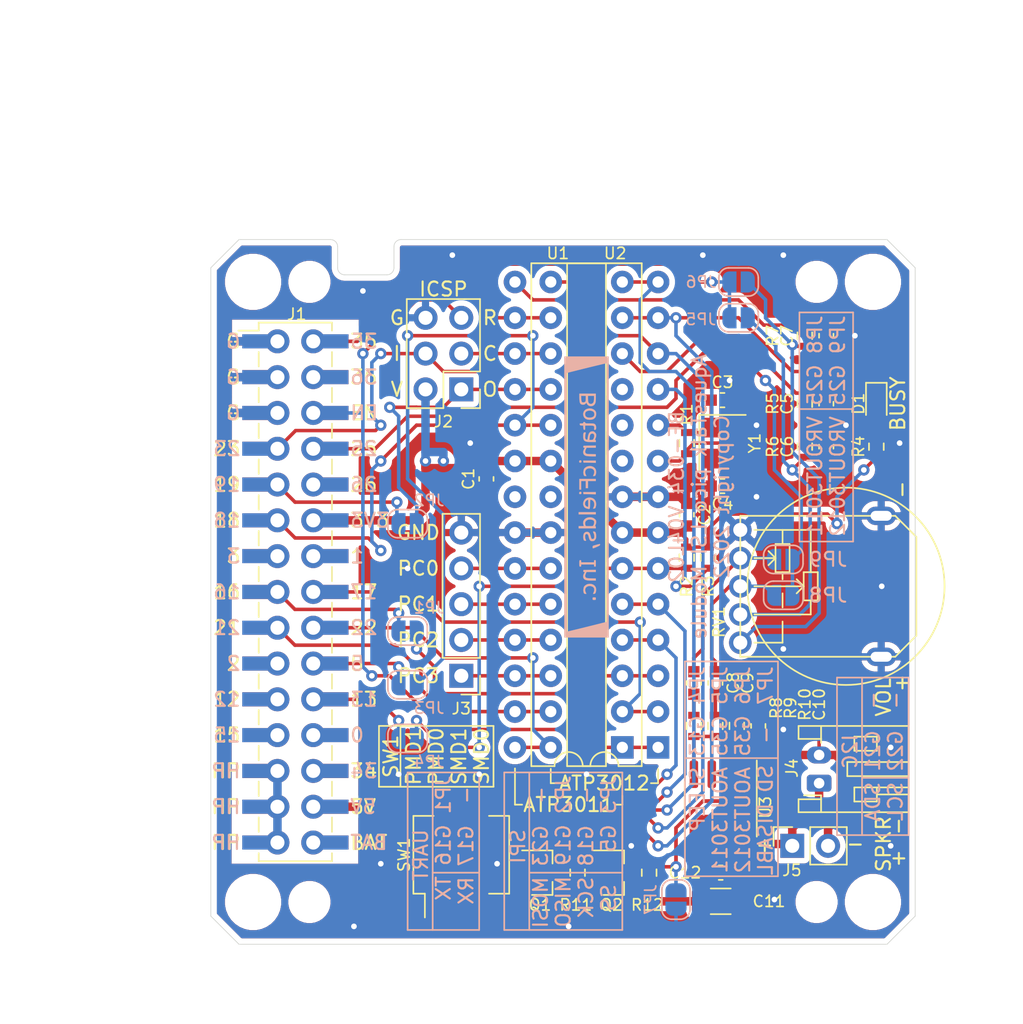
<source format=kicad_pcb>
(kicad_pcb (version 20171130) (host pcbnew "(5.1.12)-1")
  (title_block (title BF-034) (date 2022-10-15) (rev V04L02) (company "Copyright 2022 BotanicFields, Inc.") (comment 1 "Aquestalk pico LSI Module for M5Stack"))
  (layers (0 F.Cu signal) (31 B.Cu signal) (34 B.Paste user) (35 F.Paste user) (36 B.SilkS user) (37 F.SilkS user) (38 B.Mask user) (39 F.Mask user) (44 Edge.Cuts user))
  (net 0 "")
  (net 1 +3V3)
  (net 2 GND)
  (net 3 "Net-(C3-Pad1)")
  (net 4 "Net-(C8-Pad1)")
  (net 5 +5V)
  (net 6 /~PLAY)
  (net 7 "Net-(D1-Pad2)")
  (net 8 /EN)
  (net 9 /GPIO25)
  (net 10 /GPIO26)
  (net 11 /GPIO1)
  (net 12 /GPIO5)
  (net 13 /GPIO13)
  (net 14 /GPIO36)
  (net 15 /GPIO35)
  (net 16 /GPIO17)
  (net 17 /GPIO22)
  (net 18 +BATT)
  (net 19 /GPIO0)
  (net 20 /GPIO34)
  (net 21 /GPIO23)
  (net 22 /GPIO18)
  (net 23 /GPIO19)
  (net 24 /GPIO3)
  (net 25 /GPIO16)
  (net 26 /GPIO21)
  (net 27 /GPIO2)
  (net 28 /GPIO12)
  (net 29 /GPIO15)
  (net 30 VBUS)
  (net 31 /MISO)
  (net 32 /CLK16)
  (net 33 /AOUT_3011)
  (net 34 /AOUT_3012)
  (net 35 /SMOD0)
  (net 36 /SMOD1)
  (net 37 /PC0)
  (net 38 /PC1)
  (net 39 /PMOD0)
  (net 40 /PMOD1)
  (net 41 /PC2)
  (net 42 /PC3)
  (net 43 /~SS)
  (net 44 /TXD)
  (net 45 /~TEST)
  (net 46 "Net-(U1-Pad10)")
  (net 47 "Net-(U1-Pad9)")
  (net 48 "Net-(U1-Pad21)")
  (net 49 "Net-(U2-Pad21)")
  (net 50 "Net-(Q1-Pad3)")
  (net 51 /SD)
  (net 52 /~SLEEP)
  (net 53 "Net-(C4-Pad1)")
  (net 54 /AOUT_3011_F)
  (net 55 "Net-(C9-Pad1)")
  (net 56 "Net-(C10-Pad2)")
  (net 57 "Net-(J4-Pad1)")
  (net 58 "Net-(J4-Pad2)")
  (net 59 "Net-(R10-Pad2)")
  (net 60 /AOUT_3012_V)
  (net 61 /AOUT_3011_V)
  (net 62 "Net-(C5-Pad2)")
  (net 63 /AOUT_3012_F)
  (module bf:BF@R_0603_1608Metric (layer F.Cu) (at 100.035 119.92 90)
    (fp_text reference R11 (at -2.286 -0.127 180) (layer F.SilkS) (effects (font (size 0.8 0.8) (thickness 0.12))))
    (fp_text value 10k)
    (pad 2 smd rect (at 0.75 0 90) (size 0.5 0.8) (layers F.Cu F.Paste F.Mask) (net 50 "Net-(Q1-Pad3)"))
    (pad 1 smd rect (at -0.75 0 90) (size 0.5 0.8) (layers F.Cu F.Paste F.Mask) (net 5 +5V))
  )
  (module bf:BF@C_0603_1608Metric (layer F.Cu) (at 117.688 86.646 270)
    (fp_text reference C5 (at 0 2.794 90) (layer F.SilkS) (effects (font (size 0.8 0.8) (thickness 0.12))))
    (fp_text value 100n)
    (pad 2 smd rect (at 0.8 0 270) (size 0.8 0.8) (layers F.Cu F.Paste F.Mask) (net 62 "Net-(C5-Pad2)"))
    (pad 1 smd rect (at -0.8 0 270) (size 0.8 0.8) (layers F.Cu F.Paste F.Mask) (net 2 GND))
  )
  (module bf:BF@R_0603_1608Metric (layer F.Cu) (at 116.164 89.694 90)
    (fp_text reference R6 (at 0 -2.286 90) (layer F.SilkS) (effects (font (size 0.8 0.8) (thickness 0.12))))
    (fp_text value 2.2k)
    (pad 2 smd rect (at 0.75 0 90) (size 0.5 0.8) (layers F.Cu F.Paste F.Mask) (net 62 "Net-(C5-Pad2)"))
    (pad 1 smd rect (at -0.75 0 90) (size 0.5 0.8) (layers F.Cu F.Paste F.Mask) (net 54 /AOUT_3011_F))
  )
  (module bf:BF@C_0603_1608Metric (layer F.Cu) (at 117.688 89.694 270)
    (fp_text reference C6 (at 0 2.7795 90) (layer F.SilkS) (effects (font (size 0.8 0.8) (thickness 0.12))))
    (fp_text value 22n)
    (pad 2 smd rect (at 0.8 0 270) (size 0.8 0.8) (layers F.Cu F.Paste F.Mask) (net 54 /AOUT_3011_F))
    (pad 1 smd rect (at -0.8 0 270) (size 0.8 0.8) (layers F.Cu F.Paste F.Mask) (net 2 GND))
  )
  (module bf:BF@R_0603_1608Metric (layer F.Cu) (at 116.164 86.646 90)
    (fp_text reference R5 (at 0 -2.286 90) (layer F.SilkS) (effects (font (size 0.8 0.8) (thickness 0.12))))
    (fp_text value 470)
    (pad 2 smd rect (at 0.75 0 90) (size 0.5 0.8) (layers F.Cu F.Paste F.Mask) (net 33 /AOUT_3011))
    (pad 1 smd rect (at -0.75 0 90) (size 0.5 0.8) (layers F.Cu F.Paste F.Mask) (net 62 "Net-(C5-Pad2)"))
  )
  (module Jumper:SolderJumper-2_P1.3mm_Open_RoundedPad1.0x1.5mm (layer B.Cu) (at 87.97 95.155 180)
    (fp_text reference JP2 (at -1.524 1.651) (layer B.SilkS) (effects (font (size 0.8 0.8) (thickness 0.12)) (justify mirror)))
    (fp_text value MISO)
    (pad 2 smd custom (at 0.65 0 180) (size 1 0.5) (layers B.Cu B.Mask) (net 23 /GPIO19) (options (clearance outline) (anchor rect)) (primitives (gr_circle (center 0 -0.25) (end 0.5 -0.25) (width 0)) (gr_circle (center 0 0.25) (end 0.5 0.25) (width 0)) (gr_poly (pts (xy 0 0.75) (xy -0.5 0.75) (xy -0.5 -0.75) (xy 0 -0.75)) (width 0))))
    (pad 1 smd custom (at -0.65 0 180) (size 1 0.5) (layers B.Cu B.Mask) (net 31 /MISO) (options (clearance outline) (anchor rect)) (primitives (gr_circle (center 0 -0.25) (end 0.5 -0.25) (width 0)) (gr_circle (center 0 0.25) (end 0.5 0.25) (width 0)) (gr_poly (pts (xy 0 0.75) (xy 0.5 0.75) (xy 0.5 -0.75) (xy 0 -0.75)) (width 0))))
  )
  (module Button_Switch_SMD:SW_DIP_SPSTx04_Slide_KingTek_DSHP04TS_W7.62mm_P1.27mm (layer F.Cu) (at 91.78 118.65 90)
    (fp_text reference SW1 (at 0 -4.064 90) (layer F.SilkS) (effects (font (size 0.8 0.8) (thickness 0.12))))
    (fp_text value MODE)
    (pad 8 smd rect (at 3.81 -1.905 90) (size 1.27 0.76) (layers F.Cu F.Paste F.Mask) (net 40 /PMOD1))
    (pad 4 smd rect (at -3.81 1.905 90) (size 1.27 0.76) (layers F.Cu F.Paste F.Mask) (net 2 GND))
    (pad 7 smd rect (at 3.81 -0.635 90) (size 1.27 0.76) (layers F.Cu F.Paste F.Mask) (net 39 /PMOD0))
    (pad 3 smd rect (at -3.81 0.635 90) (size 1.27 0.76) (layers F.Cu F.Paste F.Mask) (net 2 GND))
    (pad 6 smd rect (at 3.81 0.635 90) (size 1.27 0.76) (layers F.Cu F.Paste F.Mask) (net 36 /SMOD1))
    (pad 2 smd rect (at -3.81 -0.635 90) (size 1.27 0.76) (layers F.Cu F.Paste F.Mask) (net 2 GND))
    (pad 5 smd rect (at 3.81 1.905 90) (size 1.27 0.76) (layers F.Cu F.Paste F.Mask) (net 35 /SMOD0))
    (pad 1 smd rect (at -3.81 -1.905 90) (size 1.27 0.76) (layers F.Cu F.Paste F.Mask) (net 2 GND))
  )
  (module Connector_PinHeader_2.54mm:PinHeader_2x03_P2.54mm_Vertical (layer F.Cu) (at 91.78 85.63 180)
    (fp_text reference J2 (at 1.27 -2.286 180) (layer F.SilkS) (effects (font (size 0.8 0.8) (thickness 0.12))))
    (fp_text value ICSP)
    (pad 6 thru_hole oval (at 2.54 5.08 180) (size 1.7 1.7) (drill 1) (layers *.Cu *.Mask) (net 2 GND))
    (pad 5 thru_hole oval (at 0 5.08 180) (size 1.7 1.7) (drill 1) (layers *.Cu *.Mask) (net 8 /EN))
    (pad 4 thru_hole oval (at 2.54 2.54 180) (size 1.7 1.7) (drill 1) (layers *.Cu *.Mask) (net 21 /GPIO23))
    (pad 3 thru_hole oval (at 0 2.54 180) (size 1.7 1.7) (drill 1) (layers *.Cu *.Mask) (net 22 /GPIO18))
    (pad 2 thru_hole oval (at 2.54 0 180) (size 1.7 1.7) (drill 1) (layers *.Cu *.Mask) (net 1 +3V3))
    (pad 1 thru_hole rect (at 0 0 180) (size 1.7 1.7) (drill 1) (layers *.Cu *.Mask) (net 31 /MISO))
  )
  (module bf:BF@C_0603_1608Metric (layer F.Cu) (at 112.862 109.506 270)
    (fp_text reference C10 (at -1.524 -4.318 90) (layer F.SilkS) (effects (font (size 0.8 0.8) (thickness 0.12))))
    (fp_text value 1u)
    (pad 2 smd rect (at 0.8 0 270) (size 0.8 0.8) (layers F.Cu F.Paste F.Mask) (net 56 "Net-(C10-Pad2)"))
    (pad 1 smd rect (at -0.8 0 270) (size 0.8 0.8) (layers F.Cu F.Paste F.Mask) (net 2 GND))
  )
  (module Package_SO:SOIC-8_3.9x4.9mm_P1.27mm (layer F.Cu) (at 110.195 115.41 270)
    (fp_text reference U3 (at -0.127 -3.175 90) (layer F.SilkS) (effects (font (size 0.8 0.8) (thickness 0.12))))
    (fp_text value LM4871)
    (pad 8 smd roundrect (at 2.475 -1.905 270) (size 1.95 0.6) (layers F.Cu F.Paste F.Mask) (net 57 "Net-(J4-Pad1)"))
    (pad 7 smd roundrect (at 2.475 -0.635 270) (size 1.95 0.6) (layers F.Cu F.Paste F.Mask) (net 2 GND))
    (pad 6 smd roundrect (at 2.475 0.635 270) (size 1.95 0.6) (layers F.Cu F.Paste F.Mask) (net 5 +5V))
    (pad 5 smd roundrect (at 2.475 1.905 270) (size 1.95 0.6) (layers F.Cu F.Paste F.Mask) (net 58 "Net-(J4-Pad2)"))
    (pad 4 smd roundrect (at -2.475 1.905 270) (size 1.95 0.6) (layers F.Cu F.Paste F.Mask) (net 59 "Net-(R10-Pad2)"))
    (pad 3 smd roundrect (at -2.475 0.635 270) (size 1.95 0.6) (layers F.Cu F.Paste F.Mask) (net 56 "Net-(C10-Pad2)"))
    (pad 2 smd roundrect (at -2.475 -0.635 270) (size 1.95 0.6) (layers F.Cu F.Paste F.Mask) (net 56 "Net-(C10-Pad2)"))
    (pad 1 smd roundrect (at -2.475 -1.905 270) (size 1.95 0.6) (layers F.Cu F.Paste F.Mask) (net 51 /SD))
  )
  (module bf:BF@R_0603_1608Metric (layer F.Cu) (at 116.164 81.82 90)
    (fp_text reference R7 (at 0 -2.286 90) (layer F.SilkS) (effects (font (size 0.8 0.8) (thickness 0.12))))
    (fp_text value 3.3k)
    (pad 2 smd rect (at 0.75 0 90) (size 0.5 0.8) (layers F.Cu F.Paste F.Mask) (net 34 /AOUT_3012))
    (pad 1 smd rect (at -0.75 0 90) (size 0.5 0.8) (layers F.Cu F.Paste F.Mask) (net 63 /AOUT_3012_F))
  )
  (module bf:BF@logo3 (layer B.Cu) (at 100.67 93.25 270)
    (fp_text reference G*** hide)
    (fp_text value LOGO hide)
  )
  (module bf:BF@M5Stack_MBUS (layer F.Cu) (at 80 100)
    (fp_text reference J1 (at 0.1 -19.704) (layer F.SilkS) (effects (font (size 0.8 0.8) (thickness 0.12))))
    (fp_text value M-BUS)
    (fp_text user HP (at -3.81 12.7 180) (layer B.SilkS) (effects (justify left mirror)))
    (fp_text user 12 (at -3.81 7.62 180) (layer B.SilkS) (effects (justify left mirror)))
    (fp_text user 15 (at -3.81 10.16 180) (layer B.SilkS) (effects (justify left mirror)))
    (fp_text user 2 (at -3.81 5.08 180) (layer B.SilkS) (effects (justify left mirror)))
    (fp_text user 21 (at -3.81 2.54 180) (layer B.SilkS) (effects (justify left mirror)))
    (fp_text user 3 (at -3.81 -2.54 180) (layer B.SilkS) (effects (justify left mirror)))
    (fp_text user 16 (at -3.81 0 180) (layer B.SilkS) (effects (justify left mirror)))
    (fp_text user 23 (at -3.81 -10.16 180) (layer B.SilkS) (effects (justify left mirror)))
    (fp_text user G (at -3.81 -15.24 180) (layer B.SilkS) (effects (justify left mirror)))
    (fp_text user 18 (at -3.81 -5.08 180) (layer B.SilkS) (effects (justify left mirror)))
    (fp_text user 19 (at -3.81 -7.62 180) (layer B.SilkS) (effects (justify left mirror)))
    (fp_text user G (at -3.81 -12.7 180) (layer B.SilkS) (effects (justify left mirror)))
    (fp_text user HP (at -3.81 17.78 180) (layer B.SilkS) (effects (justify left mirror)))
    (fp_text user HP (at -3.81 15.24 180) (layer B.SilkS) (effects (justify left mirror)))
    (fp_text user G (at -3.81 -17.78 180) (layer B.SilkS) (effects (justify left mirror)))
    (fp_text user 35 (at 3.81 -17.78 180) (layer B.SilkS) (effects (justify right mirror)))
    (fp_text user 36 (at 3.81 -15.24 180) (layer B.SilkS) (effects (justify right mirror)))
    (fp_text user EN (at 3.81 -12.7 180) (layer B.SilkS) (effects (justify right mirror)))
    (fp_text user 25 (at 3.81 -10.16 180) (layer B.SilkS) (effects (justify right mirror)))
    (fp_text user 26 (at 3.81 -7.62 180) (layer B.SilkS) (effects (justify right mirror)))
    (fp_text user 3V3 (at 3.81 -5.08 180) (layer B.SilkS) (effects (justify right mirror)))
    (fp_text user 1 (at 3.81 -2.54 180) (layer B.SilkS) (effects (justify right mirror)))
    (fp_text user 17 (at 3.81 0 180) (layer B.SilkS) (effects (justify right mirror)))
    (fp_text user 22 (at 3.81 2.54 180) (layer B.SilkS) (effects (justify right mirror)))
    (fp_text user 5 (at 3.81 5.08 180) (layer B.SilkS) (effects (justify right mirror)))
    (fp_text user 13 (at 3.81 7.62 180) (layer B.SilkS) (effects (justify right mirror)))
    (fp_text user 0 (at 3.81 10.16 180) (layer B.SilkS) (effects (justify right mirror)))
    (fp_text user 34 (at 3.81 12.7 180) (layer B.SilkS) (effects (justify right mirror)))
    (fp_text user 5V (at 3.81 15.24 180) (layer B.SilkS) (effects (justify right mirror)))
    (fp_text user BAT (at 3.81 17.78 180) (layer B.SilkS) (effects (justify right mirror)))
    (fp_text user 35 (at 3.81 -17.78) (layer F.SilkS) (effects (justify left)))
    (fp_text user 36 (at 3.81 -15.24) (layer F.SilkS) (effects (justify left)))
    (fp_text user EN (at 3.81 -12.7) (layer F.SilkS) (effects (justify left)))
    (fp_text user 25 (at 3.81 -10.16) (layer F.SilkS) (effects (justify left)))
    (fp_text user 26 (at 3.81 -7.62) (layer F.SilkS) (effects (justify left)))
    (fp_text user 3V3 (at 3.81 -5.08) (layer F.SilkS) (effects (justify left)))
    (fp_text user 1 (at 3.81 -2.54) (layer F.SilkS) (effects (justify left)))
    (fp_text user 17 (at 3.81 0) (layer F.SilkS) (effects (justify left)))
    (fp_text user 22 (at 3.81 2.54) (layer F.SilkS) (effects (justify left)))
    (fp_text user 5 (at 3.81 5.08) (layer F.SilkS) (effects (justify left)))
    (fp_text user 13 (at 3.81 7.62) (layer F.SilkS) (effects (justify left)))
    (fp_text user 0 (at 3.81 10.16) (layer F.SilkS) (effects (justify left)))
    (fp_text user 34 (at 3.81 12.7) (layer F.SilkS) (effects (justify left)))
    (fp_text user 5V (at 3.81 15.24) (layer F.SilkS) (effects (justify left)))
    (fp_text user BAT (at 3.81 17.78) (layer F.SilkS) (effects (justify left)))
    (fp_text user HP (at -3.81 17.78) (layer F.SilkS) (effects (justify right)))
    (fp_text user HP (at -3.81 15.24) (layer F.SilkS) (effects (justify right)))
    (fp_text user HP (at -3.81 12.7) (layer F.SilkS) (effects (justify right)))
    (fp_text user 15 (at -3.81 10.16) (layer F.SilkS) (effects (justify right)))
    (fp_text user 12 (at -3.81 7.62) (layer F.SilkS) (effects (justify right)))
    (fp_text user 2 (at -3.81 5.08) (layer F.SilkS) (effects (justify right)))
    (fp_text user 21 (at -3.81 2.54) (layer F.SilkS) (effects (justify right)))
    (fp_text user 16 (at -3.81 0) (layer F.SilkS) (effects (justify right)))
    (fp_text user 3 (at -3.81 -2.54) (layer F.SilkS) (effects (justify right)))
    (fp_text user 18 (at -3.81 -5.08) (layer F.SilkS) (effects (justify right)))
    (fp_text user 19 (at -3.81 -7.62) (layer F.SilkS) (effects (justify right)))
    (fp_text user 23 (at -3.81 -10.16) (layer F.SilkS) (effects (justify right)))
    (fp_text user G (at -3.81 -12.7) (layer F.SilkS) (effects (justify right)))
    (fp_text user G (at -3.81 -15.24) (layer F.SilkS) (effects (justify right)))
    (fp_text user G (at -3.81 -17.78) (layer F.SilkS) (effects (justify right)))
    (pad 30 thru_hole circle (at -1.27 17.78) (size 1.7 1.7) (drill 1) (layers *.Cu *.Mask) (net 30 VBUS))
    (pad 30 smd custom (at -1.27 17.78) (size 1 1) (layers B.Cu B.Mask) (net 30 VBUS) (options (clearance outline) (anchor rect)) (primitives (gr_poly (pts (xy 0.5 0.5) (xy 0.5 -0.5) (xy -2.5 -0.5) (xy -2.5 0.5)) (width 0))))
    (pad 30 smd custom (at -1.27 17.78) (size 1 1) (layers F.Cu F.Mask) (net 30 VBUS) (options (clearance outline) (anchor rect)) (primitives (gr_poly (pts (xy 0.5 0.5) (xy 0.5 -0.5) (xy -2.5 -0.5) (xy -2.5 0.5)) (width 0))))
    (pad 28 thru_hole circle (at -1.27 15.24) (size 1.7 1.7) (drill 1) (layers *.Cu *.Mask) (net 30 VBUS))
    (pad 28 smd custom (at -1.27 15.24) (size 1 1) (layers B.Cu B.Mask) (net 30 VBUS) (options (clearance outline) (anchor rect)) (primitives (gr_poly (pts (xy 0.5 0.5) (xy 0.5 -0.5) (xy -2.5 -0.5) (xy -2.5 0.5)) (width 0))))
    (pad 28 smd custom (at -1.27 15.24) (size 1 1) (layers F.Cu F.Mask) (net 30 VBUS) (options (clearance outline) (anchor rect)) (primitives (gr_poly (pts (xy 0.5 0.5) (xy 0.5 -0.5) (xy -2.5 -0.5) (xy -2.5 0.5)) (width 0))))
    (pad 26 smd custom (at -1.27 12.7) (size 1 1) (layers B.Cu B.Mask) (net 30 VBUS) (options (clearance outline) (anchor rect)) (primitives (gr_poly (pts (xy 0.5 0.5) (xy 0.5 -0.5) (xy -2.5 -0.5) (xy -2.5 0.5)) (width 0))))
    (pad 26 thru_hole circle (at -1.27 12.7) (size 1.7 1.7) (drill 1) (layers *.Cu *.Mask) (net 30 VBUS))
    (pad 26 smd custom (at -1.27 12.7) (size 1 1) (layers F.Cu F.Mask) (net 30 VBUS) (options (clearance outline) (anchor rect)) (primitives (gr_poly (pts (xy 0.5 0.5) (xy 0.5 -0.5) (xy -2.5 -0.5) (xy -2.5 0.5)) (width 0))))
    (pad 24 thru_hole circle (at -1.27 10.16) (size 1.7 1.7) (drill 1) (layers *.Cu *.Mask) (net 29 /GPIO15))
    (pad 24 smd custom (at -1.27 10.16) (size 1 1) (layers B.Cu B.Mask) (net 29 /GPIO15) (options (clearance outline) (anchor rect)) (primitives (gr_poly (pts (xy 0.5 0.5) (xy 0.5 -0.5) (xy -2.5 -0.5) (xy -2.5 0.5)) (width 0))))
    (pad 24 smd custom (at -1.27 10.16) (size 1 1) (layers F.Cu F.Mask) (net 29 /GPIO15) (options (clearance outline) (anchor rect)) (primitives (gr_poly (pts (xy 0.5 0.5) (xy 0.5 -0.5) (xy -2.5 -0.5) (xy -2.5 0.5)) (width 0))))
    (pad 22 smd custom (at -1.27 7.62) (size 1 1) (layers B.Cu B.Mask) (net 28 /GPIO12) (options (clearance outline) (anchor rect)) (primitives (gr_poly (pts (xy 0.5 0.5) (xy 0.5 -0.5) (xy -2.5 -0.5) (xy -2.5 0.5)) (width 0))))
    (pad 22 thru_hole circle (at -1.27 7.62) (size 1.7 1.7) (drill 1) (layers *.Cu *.Mask) (net 28 /GPIO12))
    (pad 22 smd custom (at -1.27 7.62) (size 1 1) (layers F.Cu F.Mask) (net 28 /GPIO12) (options (clearance outline) (anchor rect)) (primitives (gr_poly (pts (xy 0.5 0.5) (xy 0.5 -0.5) (xy -2.5 -0.5) (xy -2.5 0.5)) (width 0))))
    (pad 20 thru_hole circle (at -1.27 5.08) (size 1.7 1.7) (drill 1) (layers *.Cu *.Mask) (net 27 /GPIO2))
    (pad 20 smd custom (at -1.27 5.08) (size 1 1) (layers F.Cu F.Mask) (net 27 /GPIO2) (options (clearance outline) (anchor rect)) (primitives (gr_poly (pts (xy 0.5 0.5) (xy 0.5 -0.5) (xy -2.5 -0.5) (xy -2.5 0.5)) (width 0))))
    (pad 20 smd custom (at -1.27 5.08) (size 1 1) (layers B.Cu B.Mask) (net 27 /GPIO2) (options (clearance outline) (anchor rect)) (primitives (gr_poly (pts (xy 0.5 0.5) (xy 0.5 -0.5) (xy -2.5 -0.5) (xy -2.5 0.5)) (width 0))))
    (pad 18 smd custom (at -1.27 2.54) (size 1 1) (layers B.Cu B.Mask) (net 26 /GPIO21) (options (clearance outline) (anchor rect)) (primitives (gr_poly (pts (xy 0.5 0.5) (xy 0.5 -0.5) (xy -2.5 -0.5) (xy -2.5 0.5)) (width 0))))
    (pad 18 thru_hole circle (at -1.27 2.54) (size 1.7 1.7) (drill 1) (layers *.Cu *.Mask) (net 26 /GPIO21))
    (pad 18 smd custom (at -1.27 2.54) (size 1 1) (layers F.Cu F.Mask) (net 26 /GPIO21) (options (clearance outline) (anchor rect)) (primitives (gr_poly (pts (xy 0.5 0.5) (xy 0.5 -0.5) (xy -2.5 -0.5) (xy -2.5 0.5)) (width 0))))
    (pad 16 smd custom (at -1.27 0) (size 1 1) (layers F.Cu F.Mask) (net 25 /GPIO16) (options (clearance outline) (anchor rect)) (primitives (gr_poly (pts (xy 0.5 0.5) (xy 0.5 -0.5) (xy -2.5 -0.5) (xy -2.5 0.5)) (width 0))))
    (pad 16 thru_hole circle (at -1.27 0) (size 1.7 1.7) (drill 1) (layers *.Cu *.Mask) (net 25 /GPIO16))
    (pad 16 smd custom (at -1.27 0) (size 1 1) (layers B.Cu B.Mask) (net 25 /GPIO16) (options (clearance outline) (anchor rect)) (primitives (gr_poly (pts (xy 0.5 0.5) (xy 0.5 -0.5) (xy -2.5 -0.5) (xy -2.5 0.5)) (width 0))))
    (pad 14 smd custom (at -1.27 -2.54) (size 1 1) (layers B.Cu B.Mask) (net 24 /GPIO3) (options (clearance outline) (anchor rect)) (primitives (gr_poly (pts (xy 0.5 0.5) (xy 0.5 -0.5) (xy -2.5 -0.5) (xy -2.5 0.5)) (width 0))))
    (pad 14 smd custom (at -1.27 -2.54) (size 1 1) (layers F.Cu F.Mask) (net 24 /GPIO3) (options (clearance outline) (anchor rect)) (primitives (gr_poly (pts (xy 0.5 0.5) (xy 0.5 -0.5) (xy -2.5 -0.5) (xy -2.5 0.5)) (width 0))))
    (pad 14 thru_hole circle (at -1.27 -2.54) (size 1.7 1.7) (drill 1) (layers *.Cu *.Mask) (net 24 /GPIO3))
    (pad 10 thru_hole circle (at -1.27 -7.62) (size 1.7 1.7) (drill 1) (layers *.Cu *.Mask) (net 23 /GPIO19))
    (pad 10 smd custom (at -1.27 -7.62) (size 1 1) (layers B.Cu B.Mask) (net 23 /GPIO19) (options (clearance outline) (anchor rect)) (primitives (gr_poly (pts (xy 0.5 0.5) (xy 0.5 -0.5) (xy -2.5 -0.5) (xy -2.5 0.5)) (width 0))))
    (pad 10 smd custom (at -1.27 -7.62) (size 1 1) (layers F.Cu F.Mask) (net 23 /GPIO19) (options (clearance outline) (anchor rect)) (primitives (gr_poly (pts (xy 0.5 0.5) (xy 0.5 -0.5) (xy -2.5 -0.5) (xy -2.5 0.5)) (width 0))))
    (pad 12 smd custom (at -1.27 -5.08) (size 1 1) (layers F.Cu F.Mask) (net 22 /GPIO18) (options (clearance outline) (anchor rect)) (primitives (gr_poly (pts (xy 0.5 0.5) (xy 0.5 -0.5) (xy -2.5 -0.5) (xy -2.5 0.5)) (width 0))))
    (pad 12 thru_hole circle (at -1.27 -5.08) (size 1.7 1.7) (drill 1) (layers *.Cu *.Mask) (net 22 /GPIO18))
    (pad 12 smd custom (at -1.27 -5.08) (size 1 1) (layers B.Cu B.Mask) (net 22 /GPIO18) (options (clearance outline) (anchor rect)) (primitives (gr_poly (pts (xy 0.5 0.5) (xy 0.5 -0.5) (xy -2.5 -0.5) (xy -2.5 0.5)) (width 0))))
    (pad 8 smd custom (at -1.27 -10.16) (size 1 1) (layers B.Cu B.Mask) (net 21 /GPIO23) (options (clearance outline) (anchor rect)) (primitives (gr_poly (pts (xy 0.5 0.5) (xy 0.5 -0.5) (xy -2.5 -0.5) (xy -2.5 0.5)) (width 0))))
    (pad 8 smd custom (at -1.27 -10.16) (size 1 1) (layers F.Cu F.Mask) (net 21 /GPIO23) (options (clearance outline) (anchor rect)) (primitives (gr_poly (pts (xy 0.5 0.5) (xy 0.5 -0.5) (xy -2.5 -0.5) (xy -2.5 0.5)) (width 0))))
    (pad 8 thru_hole circle (at -1.27 -10.16) (size 1.7 1.7) (drill 1) (layers *.Cu *.Mask) (net 21 /GPIO23))
    (pad 6 thru_hole circle (at -1.27 -12.7) (size 1.7 1.7) (drill 1) (layers *.Cu *.Mask) (net 2 GND))
    (pad 6 smd custom (at -1.27 -12.7) (size 1 1) (layers F.Cu F.Mask) (net 2 GND) (options (clearance outline) (anchor rect)) (primitives (gr_poly (pts (xy 0.5 0.5) (xy 0.5 -0.5) (xy -2.5 -0.5) (xy -2.5 0.5)) (width 0))))
    (pad 6 smd custom (at -1.27 -12.7) (size 1 1) (layers B.Cu B.Mask) (net 2 GND) (options (clearance outline) (anchor rect)) (primitives (gr_poly (pts (xy 0.5 0.5) (xy 0.5 -0.5) (xy -2.5 -0.5) (xy -2.5 0.5)) (width 0))))
    (pad 4 smd custom (at -1.27 -15.24) (size 1 1) (layers F.Cu F.Mask) (net 2 GND) (options (clearance outline) (anchor rect)) (primitives (gr_poly (pts (xy 0.5 0.5) (xy 0.5 -0.5) (xy -2.5 -0.5) (xy -2.5 0.5)) (width 0))))
    (pad 4 thru_hole circle (at -1.27 -15.24) (size 1.7 1.7) (drill 1) (layers *.Cu *.Mask) (net 2 GND))
    (pad 4 smd custom (at -1.27 -15.24) (size 1 1) (layers B.Cu B.Mask) (net 2 GND) (options (clearance outline) (anchor rect)) (primitives (gr_poly (pts (xy 0.5 0.5) (xy 0.5 -0.5) (xy -2.5 -0.5) (xy -2.5 0.5)) (width 0))))
    (pad 25 smd custom (at 1.27 12.7 180) (size 1 1) (layers B.Cu B.Mask) (net 20 /GPIO34) (options (clearance outline) (anchor rect)) (primitives (gr_poly (pts (xy 0.5 0.5) (xy 0.5 -0.5) (xy -2.5 -0.5) (xy -2.5 0.5)) (width 0))))
    (pad 25 smd custom (at 1.27 12.7 180) (size 1 1) (layers F.Cu F.Mask) (net 20 /GPIO34) (options (clearance outline) (anchor rect)) (primitives (gr_poly (pts (xy 0.5 0.5) (xy 0.5 -0.5) (xy -2.5 -0.5) (xy -2.5 0.5)) (width 0))))
    (pad 25 thru_hole circle (at 1.27 12.7 180) (size 1.7 1.7) (drill 1) (layers *.Cu *.Mask) (net 20 /GPIO34))
    (pad 23 thru_hole circle (at 1.27 10.16 180) (size 1.7 1.7) (drill 1) (layers *.Cu *.Mask) (net 19 /GPIO0))
    (pad 23 smd custom (at 1.27 10.16 180) (size 1 1) (layers F.Cu F.Mask) (net 19 /GPIO0) (options (clearance outline) (anchor rect)) (primitives (gr_poly (pts (xy 0.5 0.5) (xy 0.5 -0.5) (xy -2.5 -0.5) (xy -2.5 0.5)) (width 0))))
    (pad 23 smd custom (at 1.27 10.16 180) (size 1 1) (layers B.Cu B.Mask) (net 19 /GPIO0) (options (clearance outline) (anchor rect)) (primitives (gr_poly (pts (xy 0.5 0.5) (xy 0.5 -0.5) (xy -2.5 -0.5) (xy -2.5 0.5)) (width 0))))
    (pad 2 smd custom (at -1.27 -17.78) (size 1 1) (layers F.Cu F.Mask) (net 2 GND) (options (clearance outline) (anchor rect)) (primitives (gr_poly (pts (xy 0.5 0.5) (xy 0.5 -0.5) (xy -2.5 -0.5) (xy -2.5 0.5)) (width 0))))
    (pad 2 smd custom (at -1.27 -17.78) (size 1 1) (layers B.Cu B.Mask) (net 2 GND) (options (clearance outline) (anchor rect)) (primitives (gr_poly (pts (xy 0.5 0.5) (xy 0.5 -0.5) (xy -2.5 -0.5) (xy -2.5 0.5)) (width 0))))
    (pad 2 thru_hole circle (at -1.27 -17.78) (size 1.7 1.7) (drill 1) (layers *.Cu *.Mask) (net 2 GND))
    (pad 29 smd custom (at 1.27 17.78 180) (size 1 1) (layers F.Cu F.Mask) (net 18 +BATT) (options (clearance outline) (anchor rect)) (primitives (gr_poly (pts (xy 0.5 0.5) (xy 0.5 -0.5) (xy -2.5 -0.5) (xy -2.5 0.5)) (width 0))))
    (pad 29 thru_hole circle (at 1.27 17.78 180) (size 1.7 1.7) (drill 1) (layers *.Cu *.Mask) (net 18 +BATT))
    (pad 29 smd custom (at 1.27 17.78 180) (size 1 1) (layers B.Cu B.Mask) (net 18 +BATT) (options (clearance outline) (anchor rect)) (primitives (gr_poly (pts (xy 0.5 0.5) (xy 0.5 -0.5) (xy -2.5 -0.5) (xy -2.5 0.5)) (width 0))))
    (pad 27 smd custom (at 1.27 15.24 180) (size 1 1) (layers B.Cu B.Mask) (net 5 +5V) (options (clearance outline) (anchor rect)) (primitives (gr_poly (pts (xy 0.5 0.5) (xy 0.5 -0.5) (xy -2.5 -0.5) (xy -2.5 0.5)) (width 0))))
    (pad 27 thru_hole circle (at 1.27 15.24 180) (size 1.7 1.7) (drill 1) (layers *.Cu *.Mask) (net 5 +5V))
    (pad 27 smd custom (at 1.27 15.24 180) (size 1 1) (layers F.Cu F.Mask) (net 5 +5V) (options (clearance outline) (anchor rect)) (primitives (gr_poly (pts (xy 0.5 0.5) (xy 0.5 -0.5) (xy -2.5 -0.5) (xy -2.5 0.5)) (width 0))))
    (pad 17 smd custom (at 1.27 2.54 180) (size 1 1) (layers F.Cu F.Mask) (net 17 /GPIO22) (options (clearance outline) (anchor rect)) (primitives (gr_poly (pts (xy 0.5 0.5) (xy 0.5 -0.5) (xy -2.5 -0.5) (xy -2.5 0.5)) (width 0))))
    (pad 17 thru_hole circle (at 1.27 2.54 180) (size 1.7 1.7) (drill 1) (layers *.Cu *.Mask) (net 17 /GPIO22))
    (pad 17 smd custom (at 1.27 2.54 180) (size 1 1) (layers B.Cu B.Mask) (net 17 /GPIO22) (options (clearance outline) (anchor rect)) (primitives (gr_poly (pts (xy 0.5 0.5) (xy 0.5 -0.5) (xy -2.5 -0.5) (xy -2.5 0.5)) (width 0))))
    (pad 15 thru_hole circle (at 1.27 0 180) (size 1.7 1.7) (drill 1) (layers *.Cu *.Mask) (net 16 /GPIO17))
    (pad 15 smd custom (at 1.27 0 180) (size 1 1) (layers B.Cu B.Mask) (net 16 /GPIO17) (options (clearance outline) (anchor rect)) (primitives (gr_poly (pts (xy 0.5 0.5) (xy 0.5 -0.5) (xy -2.5 -0.5) (xy -2.5 0.5)) (width 0))))
    (pad 15 smd custom (at 1.27 0 180) (size 1 1) (layers F.Cu F.Mask) (net 16 /GPIO17) (options (clearance outline) (anchor rect)) (primitives (gr_poly (pts (xy 0.5 0.5) (xy 0.5 -0.5) (xy -2.5 -0.5) (xy -2.5 0.5)) (width 0))))
    (pad "" np_thru_hole circle (at 0 13.97 180) (size 1 1) (drill 1) (layers *.Cu *.Mask))
    (pad 1 smd custom (at 1.27 -17.78 180) (size 1 1) (layers F.Cu F.Mask) (net 15 /GPIO35) (options (clearance outline) (anchor rect)) (primitives (gr_poly (pts (xy 0.5 0.5) (xy 0.5 -0.5) (xy -2.5 -0.5) (xy -2.5 0.5)) (width 0))))
    (pad 1 smd custom (at 1.27 -17.78 180) (size 1 1) (layers B.Cu B.Mask) (net 15 /GPIO35) (options (clearance outline) (anchor rect)) (primitives (gr_poly (pts (xy 0.5 0.5) (xy 0.5 -0.5) (xy -2.5 -0.5) (xy -2.5 0.5)) (width 0))))
    (pad "" np_thru_hole circle (at 0 16.51 180) (size 1 1) (drill 1) (layers *.Cu *.Mask))
    (pad "" np_thru_hole circle (at 0 -13.97 180) (size 1 1) (drill 1) (layers *.Cu *.Mask))
    (pad 1 thru_hole circle (at 1.27 -17.78 180) (size 1.7 1.7) (drill 1) (layers *.Cu *.Mask) (net 15 /GPIO35))
    (pad "" np_thru_hole circle (at 0 -16.51 180) (size 1 1) (drill 1) (layers *.Cu *.Mask))
    (pad 3 thru_hole circle (at 1.27 -15.24 180) (size 1.7 1.7) (drill 1) (layers *.Cu *.Mask) (net 14 /GPIO36))
    (pad 3 smd custom (at 1.27 -15.24 180) (size 1 1) (layers B.Cu B.Mask) (net 14 /GPIO36) (options (clearance outline) (anchor rect)) (primitives (gr_poly (pts (xy 0.5 0.5) (xy 0.5 -0.5) (xy -2.5 -0.5) (xy -2.5 0.5)) (width 0))))
    (pad 3 smd custom (at 1.27 -15.24 180) (size 1 1) (layers F.Cu F.Mask) (net 14 /GPIO36) (options (clearance outline) (anchor rect)) (primitives (gr_poly (pts (xy 0.5 0.5) (xy 0.5 -0.5) (xy -2.5 -0.5) (xy -2.5 0.5)) (width 0))))
    (pad 21 thru_hole circle (at 1.27 7.62 180) (size 1.7 1.7) (drill 1) (layers *.Cu *.Mask) (net 13 /GPIO13))
    (pad 21 smd custom (at 1.27 7.62 180) (size 1 1) (layers B.Cu B.Mask) (net 13 /GPIO13) (options (clearance outline) (anchor rect)) (primitives (gr_poly (pts (xy 0.5 0.5) (xy 0.5 -0.5) (xy -2.5 -0.5) (xy -2.5 0.5)) (width 0))))
    (pad 21 smd custom (at 1.27 7.62 180) (size 1 1) (layers F.Cu F.Mask) (net 13 /GPIO13) (options (clearance outline) (anchor rect)) (primitives (gr_poly (pts (xy 0.5 0.5) (xy 0.5 -0.5) (xy -2.5 -0.5) (xy -2.5 0.5)) (width 0))))
    (pad 19 thru_hole circle (at 1.27 5.08 180) (size 1.7 1.7) (drill 1) (layers *.Cu *.Mask) (net 12 /GPIO5))
    (pad 19 smd custom (at 1.27 5.08 180) (size 1 1) (layers F.Cu F.Mask) (net 12 /GPIO5) (options (clearance outline) (anchor rect)) (primitives (gr_poly (pts (xy 0.5 0.5) (xy 0.5 -0.5) (xy -2.5 -0.5) (xy -2.5 0.5)) (width 0))))
    (pad 19 smd custom (at 1.27 5.08 180) (size 1 1) (layers B.Cu B.Mask) (net 12 /GPIO5) (options (clearance outline) (anchor rect)) (primitives (gr_poly (pts (xy 0.5 0.5) (xy 0.5 -0.5) (xy -2.5 -0.5) (xy -2.5 0.5)) (width 0))))
    (pad 13 smd custom (at 1.27 -2.54 180) (size 1 1) (layers F.Cu F.Mask) (net 11 /GPIO1) (options (clearance outline) (anchor rect)) (primitives (gr_poly (pts (xy 0.5 0.5) (xy 0.5 -0.5) (xy -2.5 -0.5) (xy -2.5 0.5)) (width 0))))
    (pad 13 smd custom (at 1.27 -2.54 180) (size 1 1) (layers B.Cu B.Mask) (net 11 /GPIO1) (options (clearance outline) (anchor rect)) (primitives (gr_poly (pts (xy 0.5 0.5) (xy 0.5 -0.5) (xy -2.5 -0.5) (xy -2.5 0.5)) (width 0))))
    (pad 13 thru_hole circle (at 1.27 -2.54 180) (size 1.7 1.7) (drill 1) (layers *.Cu *.Mask) (net 11 /GPIO1))
    (pad 11 smd custom (at 1.27 -5.08 180) (size 1 1) (layers F.Cu F.Mask) (net 1 +3V3) (options (clearance outline) (anchor rect)) (primitives (gr_poly (pts (xy 0.5 0.5) (xy 0.5 -0.5) (xy -2.5 -0.5) (xy -2.5 0.5)) (width 0))))
    (pad 11 thru_hole circle (at 1.27 -5.08 180) (size 1.7 1.7) (drill 1) (layers *.Cu *.Mask) (net 1 +3V3))
    (pad 11 smd custom (at 1.27 -5.08 180) (size 1 1) (layers B.Cu B.Mask) (net 1 +3V3) (options (clearance outline) (anchor rect)) (primitives (gr_poly (pts (xy 0.5 0.5) (xy 0.5 -0.5) (xy -2.5 -0.5) (xy -2.5 0.5)) (width 0))))
    (pad 9 thru_hole circle (at 1.27 -7.62 180) (size 1.7 1.7) (drill 1) (layers *.Cu *.Mask) (net 10 /GPIO26))
    (pad 9 smd custom (at 1.27 -7.62 180) (size 1 1) (layers B.Cu B.Mask) (net 10 /GPIO26) (options (clearance outline) (anchor rect)) (primitives (gr_poly (pts (xy 0.5 0.5) (xy 0.5 -0.5) (xy -2.5 -0.5) (xy -2.5 0.5)) (width 0))))
    (pad 9 smd custom (at 1.27 -7.62 180) (size 1 1) (layers F.Cu F.Mask) (net 10 /GPIO26) (options (clearance outline) (anchor rect)) (primitives (gr_poly (pts (xy 0.5 0.5) (xy 0.5 -0.5) (xy -2.5 -0.5) (xy -2.5 0.5)) (width 0))))
    (pad 7 thru_hole circle (at 1.27 -10.16 180) (size 1.7 1.7) (drill 1) (layers *.Cu *.Mask) (net 9 /GPIO25))
    (pad 7 smd custom (at 1.27 -10.16 180) (size 1 1) (layers F.Cu F.Mask) (net 9 /GPIO25) (options (clearance outline) (anchor rect)) (primitives (gr_poly (pts (xy 0.5 0.5) (xy 0.5 -0.5) (xy -2.5 -0.5) (xy -2.5 0.5)) (width 0))))
    (pad 7 smd custom (at 1.27 -10.16 180) (size 1 1) (layers B.Cu B.Mask) (net 9 /GPIO25) (options (clearance outline) (anchor rect)) (primitives (gr_poly (pts (xy 0.5 0.5) (xy 0.5 -0.5) (xy -2.5 -0.5) (xy -2.5 0.5)) (width 0))))
    (pad 5 thru_hole circle (at 1.27 -12.7 180) (size 1.7 1.7) (drill 1) (layers *.Cu *.Mask) (net 8 /EN))
    (pad 5 smd custom (at 1.27 -12.7 180) (size 1 1) (layers B.Cu B.Mask) (net 8 /EN) (options (clearance outline) (anchor rect)) (primitives (gr_poly (pts (xy 0.5 0.5) (xy 0.5 -0.5) (xy -2.5 -0.5) (xy -2.5 0.5)) (width 0))))
    (pad 5 smd custom (at 1.27 -12.7 180) (size 1 1) (layers F.Cu F.Mask) (net 8 /EN) (options (clearance outline) (anchor rect)) (primitives (gr_poly (pts (xy 0.5 0.5) (xy 0.5 -0.5) (xy -2.5 -0.5) (xy -2.5 0.5)) (width 0))))
  )
  (module bf:BF@MountingHole_2.2mm_M2 (layer F.Cu) (at 81 122)
    (fp_text reference H8 hide)
    (fp_text value MountingHole hide)
    (pad "" np_thru_hole circle (at 0 0) (size 2.2 2.2) (drill 2.2) (layers *.Cu *.Mask))
  )
  (module bf:BF@MountingHole_2.2mm_M2 (layer F.Cu) (at 117 78)
    (fp_text reference H6 hide)
    (fp_text value MountingHole hide)
    (pad "" np_thru_hole circle (at 0 0) (size 2.2 2.2) (drill 2.2) (layers *.Cu *.Mask))
  )
  (module bf:BF@MountingHole_2.2mm_M2 (layer F.Cu) (at 117 122)
    (fp_text reference H7 hide)
    (fp_text value MountingHole hide)
    (pad "" np_thru_hole circle (at 0 0) (size 2.2 2.2) (drill 2.2) (layers *.Cu *.Mask))
  )
  (module bf:BF@MountingHole_3.2mm_M3 (layer F.Cu) (at 77 78)
    (fp_text reference H1 hide)
    (fp_text value MountingHole hide)
    (pad "" np_thru_hole circle (at 0 0) (size 3.2 3.2) (drill 3.2) (layers *.Cu *.Mask))
  )
  (module bf:BF@MountingHole_2.2mm_M2 (layer F.Cu) (at 81 78)
    (fp_text reference H5 hide)
    (fp_text value MountingHole hide)
    (pad "" np_thru_hole circle (at 0 0) (size 2.2 2.2) (drill 2.2) (layers *.Cu *.Mask))
  )
  (module bf:BF@MountingHole_3.2mm_M3 (layer F.Cu) (at 121 78)
    (fp_text reference H2 hide)
    (fp_text value MountingHole hide)
    (pad "" np_thru_hole circle (at 0 0) (size 3.2 3.2) (drill 3.2) (layers *.Cu *.Mask))
  )
  (module bf:BF@MountingHole_3.2mm_M3 (layer F.Cu) (at 77 122)
    (fp_text reference H4 hide)
    (fp_text value MountingHole hide)
    (pad "" np_thru_hole circle (at 0 0) (size 3.2 3.2) (drill 3.2) (layers *.Cu *.Mask))
  )
  (module bf:BF@MountingHole_3.2mm_M3 (layer F.Cu) (at 121 122)
    (fp_text reference H3 hide)
    (fp_text value MountingHole hide)
    (pad "" np_thru_hole circle (at 0 0) (size 3.2 3.2) (drill 3.2) (layers *.Cu *.Mask))
  )
  (module bf:BF@C_0603_1608Metric (layer F.Cu) (at 93.558 91.98 270)
    (fp_text reference C1 (at 0 1.27 90) (layer F.SilkS) (effects (font (size 0.8 0.8) (thickness 0.12))))
    (fp_text value 100n)
    (pad 2 smd rect (at 0.8 0 270) (size 0.8 0.8) (layers F.Cu F.Paste F.Mask) (net 2 GND))
    (pad 1 smd rect (at -0.8 0 270) (size 0.8 0.8) (layers F.Cu F.Paste F.Mask) (net 1 +3V3))
  )
  (module bf:BF@C_0603_1608Metric (layer F.Cu) (at 110.322 86.392)
    (fp_text reference C3 (at 0 -1.27) (layer F.SilkS) (effects (font (size 0.8 0.8) (thickness 0.12))))
    (fp_text value 10p)
    (pad 2 smd rect (at 0.8 0) (size 0.8 0.8) (layers F.Cu F.Paste F.Mask) (net 2 GND))
    (pad 1 smd rect (at -0.8 0) (size 0.8 0.8) (layers F.Cu F.Paste F.Mask) (net 3 "Net-(C3-Pad1)"))
  )
  (module bf:BF@C_0603_1608Metric (layer F.Cu) (at 110.322 92.488 180)
    (fp_text reference C4 (at 0 -1.27) (layer F.SilkS) (effects (font (size 0.8 0.8) (thickness 0.12))))
    (fp_text value 10p)
    (pad 2 smd rect (at 0.8 0 180) (size 0.8 0.8) (layers F.Cu F.Paste F.Mask) (net 2 GND))
    (pad 1 smd rect (at -0.8 0 180) (size 0.8 0.8) (layers F.Cu F.Paste F.Mask) (net 53 "Net-(C4-Pad1)"))
  )
  (module bf:BF@C_0603_1608Metric (layer F.Cu) (at 117.688 81.82 270)
    (fp_text reference C7 (at 0 2.794 90) (layer F.SilkS) (effects (font (size 0.8 0.8) (thickness 0.12))))
    (fp_text value 10n)
    (pad 2 smd rect (at 0.8 0 270) (size 0.8 0.8) (layers F.Cu F.Paste F.Mask) (net 63 /AOUT_3012_F))
    (pad 1 smd rect (at -0.8 0 270) (size 0.8 0.8) (layers F.Cu F.Paste F.Mask) (net 2 GND))
  )
  (module bf:BF@C_0603_1608Metric (layer F.Cu) (at 108.29 106.458 90)
    (fp_text reference C8 (at 0 2.794 90) (layer F.SilkS) (effects (font (size 0.8 0.8) (thickness 0.12))))
    (fp_text value 33n)
    (pad 2 smd rect (at 0.8 0 90) (size 0.8 0.8) (layers F.Cu F.Paste F.Mask) (net 60 /AOUT_3012_V))
    (pad 1 smd rect (at -0.8 0 90) (size 0.8 0.8) (layers F.Cu F.Paste F.Mask) (net 4 "Net-(C8-Pad1)"))
  )
  (module bf:BF@C_0603_1608Metric (layer F.Cu) (at 109.814 106.458 90)
    (fp_text reference C9 (at 0 2.286 90) (layer F.SilkS) (effects (font (size 0.8 0.8) (thickness 0.12))))
    (fp_text value 33n)
    (pad 2 smd rect (at 0.8 0 90) (size 0.8 0.8) (layers F.Cu F.Paste F.Mask) (net 61 /AOUT_3011_V))
    (pad 1 smd rect (at -0.8 0 90) (size 0.8 0.8) (layers F.Cu F.Paste F.Mask) (net 55 "Net-(C9-Pad1)"))
  )
  (module bf:BF@C_0603_1608Metric (layer F.Cu) (at 110.195 119.92)
    (fp_text reference C12 (at -2.54 0) (layer F.SilkS) (effects (font (size 0.8 0.8) (thickness 0.12))))
    (fp_text value 100n)
    (pad 2 smd rect (at 0.8 0) (size 0.8 0.8) (layers F.Cu F.Paste F.Mask) (net 2 GND))
    (pad 1 smd rect (at -0.8 0) (size 0.8 0.8) (layers F.Cu F.Paste F.Mask) (net 5 +5V))
  )
  (module bf:BF@LED_0603_1608Metric (layer F.Cu) (at 121.244 86.646 270)
    (fp_text reference D1 (at 0 1.27 90) (layer F.SilkS) (effects (font (size 0.8 0.8) (thickness 0.12))))
    (fp_text value BUSY)
    (pad 2 smd rect (at 0.65 0 270) (size 0.5 0.9) (layers F.Cu F.Paste F.Mask) (net 7 "Net-(D1-Pad2)"))
    (pad 1 smd rect (at -0.65 0 270) (size 0.5 0.9) (layers F.Cu F.Paste F.Mask) (net 6 /~PLAY))
  )
  (module Connector_JST:JST_PH_S2B-PH-K_1x02_P2.00mm_Horizontal (layer F.Cu) (at 117.18 113.57 90)
    (fp_text reference J4 (at 1.07 -1.93 270) (layer F.SilkS) (effects (font (size 0.8 0.8) (thickness 0.12))))
    (fp_text value SPKR)
    (pad 2 thru_hole oval (at 2 0 90) (size 1.2 1.75) (drill 0.75) (layers *.Cu *.Mask) (net 58 "Net-(J4-Pad2)"))
    (pad 1 thru_hole roundrect (at 0 0 90) (size 1.2 1.75) (drill 0.75) (layers *.Cu *.Mask) (roundrect_rratio 0.2083325) (net 57 "Net-(J4-Pad1)"))
  )
  (module bf:BF@R_0603_1608Metric (layer F.Cu) (at 109.306 97.568 90)
    (fp_text reference R3 (at -2.032 0 90) (layer F.SilkS) (effects (font (size 0.8 0.8) (thickness 0.12))))
    (fp_text value 10k)
    (pad 2 smd rect (at 0.75 0 90) (size 0.5 0.8) (layers F.Cu F.Paste F.Mask) (net 1 +3V3))
    (pad 1 smd rect (at -0.75 0 90) (size 0.5 0.8) (layers F.Cu F.Paste F.Mask) (net 32 /CLK16))
  )
  (module bf:BF@R_0603_1608Metric (layer F.Cu) (at 107.782 89.44 90)
    (fp_text reference R1 (at 2.032 0 90) (layer F.SilkS) (effects (font (size 0.8 0.8) (thickness 0.12))))
    (fp_text value 1M)
    (pad 2 smd rect (at 0.75 0 90) (size 0.5 0.8) (layers F.Cu F.Paste F.Mask) (net 3 "Net-(C3-Pad1)"))
    (pad 1 smd rect (at -0.75 0 90) (size 0.5 0.8) (layers F.Cu F.Paste F.Mask) (net 53 "Net-(C4-Pad1)"))
  )
  (module bf:BF@R_0603_1608Metric (layer F.Cu) (at 121.244 89.694 90)
    (fp_text reference R4 (at 0 -1.27 90) (layer F.SilkS) (effects (font (size 0.8 0.8) (thickness 0.12))))
    (fp_text value 2.2k)
    (pad 2 smd rect (at 0.75 0 90) (size 0.5 0.8) (layers F.Cu F.Paste F.Mask) (net 7 "Net-(D1-Pad2)"))
    (pad 1 smd rect (at -0.75 0 90) (size 0.5 0.8) (layers F.Cu F.Paste F.Mask) (net 1 +3V3))
  )
  (module bf:BF@R_0603_1608Metric (layer F.Cu) (at 108.29 109.506 90)
    (fp_text reference R8 (at 1.27 5.842 90) (layer F.SilkS) (effects (font (size 0.8 0.8) (thickness 0.12))))
    (fp_text value 22k)
    (pad 2 smd rect (at 0.75 0 90) (size 0.5 0.8) (layers F.Cu F.Paste F.Mask) (net 4 "Net-(C8-Pad1)"))
    (pad 1 smd rect (at -0.75 0 90) (size 0.5 0.8) (layers F.Cu F.Paste F.Mask) (net 59 "Net-(R10-Pad2)"))
  )
  (module bf:BF@R_0603_1608Metric (layer F.Cu) (at 109.814 109.506 90)
    (fp_text reference R9 (at 1.27 5.334 90) (layer F.SilkS) (effects (font (size 0.8 0.8) (thickness 0.12))))
    (fp_text value 22k)
    (pad 2 smd rect (at 0.75 0 90) (size 0.5 0.8) (layers F.Cu F.Paste F.Mask) (net 55 "Net-(C9-Pad1)"))
    (pad 1 smd rect (at -0.75 0 90) (size 0.5 0.8) (layers F.Cu F.Paste F.Mask) (net 59 "Net-(R10-Pad2)"))
  )
  (module bf:BF@R_0603_1608Metric (layer F.Cu) (at 111.338 109.506 270)
    (fp_text reference R10 (at -1.524 -4.826 90) (layer F.SilkS) (effects (font (size 0.8 0.8) (thickness 0.12))))
    (fp_text value 68k)
    (pad 2 smd rect (at 0.75 0 270) (size 0.5 0.8) (layers F.Cu F.Paste F.Mask) (net 59 "Net-(R10-Pad2)"))
    (pad 1 smd rect (at -0.75 0 270) (size 0.5 0.8) (layers F.Cu F.Paste F.Mask) (net 58 "Net-(J4-Pad2)"))
  )
  (module Package_DIP:DIP-28_W7.62mm (layer F.Cu) (at 103.21 111.03 180)
    (fp_text reference U1 (at 4.572 35.052) (layer F.SilkS) (effects (font (size 0.8 0.8) (thickness 0.12))))
    (fp_text value ATP3011)
    (pad 28 thru_hole oval (at 7.62 0 180) (size 1.6 1.6) (drill 0.8) (layers *.Cu *.Mask) (net 17 /GPIO22))
    (pad 14 thru_hole oval (at 0 33.02 180) (size 1.6 1.6) (drill 0.8) (layers *.Cu *.Mask) (net 39 /PMOD0))
    (pad 27 thru_hole oval (at 7.62 2.54 180) (size 1.6 1.6) (drill 0.8) (layers *.Cu *.Mask) (net 26 /GPIO21))
    (pad 13 thru_hole oval (at 0 30.48 180) (size 1.6 1.6) (drill 0.8) (layers *.Cu *.Mask) (net 6 /~PLAY))
    (pad 26 thru_hole oval (at 7.62 5.08 180) (size 1.6 1.6) (drill 0.8) (layers *.Cu *.Mask) (net 42 /PC3))
    (pad 12 thru_hole oval (at 0 27.94 180) (size 1.6 1.6) (drill 0.8) (layers *.Cu *.Mask) (net 33 /AOUT_3011))
    (pad 25 thru_hole oval (at 7.62 7.62 180) (size 1.6 1.6) (drill 0.8) (layers *.Cu *.Mask) (net 41 /PC2))
    (pad 11 thru_hole oval (at 0 25.4 180) (size 1.6 1.6) (drill 0.8) (layers *.Cu *.Mask) (net 45 /~TEST))
    (pad 24 thru_hole oval (at 7.62 10.16 180) (size 1.6 1.6) (drill 0.8) (layers *.Cu *.Mask) (net 38 /PC1))
    (pad 10 thru_hole oval (at 0 22.86 180) (size 1.6 1.6) (drill 0.8) (layers *.Cu *.Mask) (net 46 "Net-(U1-Pad10)"))
    (pad 23 thru_hole oval (at 7.62 12.7 180) (size 1.6 1.6) (drill 0.8) (layers *.Cu *.Mask) (net 37 /PC0))
    (pad 9 thru_hole oval (at 0 20.32 180) (size 1.6 1.6) (drill 0.8) (layers *.Cu *.Mask) (net 47 "Net-(U1-Pad9)"))
    (pad 22 thru_hole oval (at 7.62 15.24 180) (size 1.6 1.6) (drill 0.8) (layers *.Cu *.Mask) (net 2 GND))
    (pad 8 thru_hole oval (at 0 17.78 180) (size 1.6 1.6) (drill 0.8) (layers *.Cu *.Mask) (net 2 GND))
    (pad 21 thru_hole oval (at 7.62 17.78 180) (size 1.6 1.6) (drill 0.8) (layers *.Cu *.Mask) (net 48 "Net-(U1-Pad21)"))
    (pad 7 thru_hole oval (at 0 15.24 180) (size 1.6 1.6) (drill 0.8) (layers *.Cu *.Mask) (net 1 +3V3))
    (pad 20 thru_hole oval (at 7.62 20.32 180) (size 1.6 1.6) (drill 0.8) (layers *.Cu *.Mask) (net 1 +3V3))
    (pad 6 thru_hole oval (at 0 12.7 180) (size 1.6 1.6) (drill 0.8) (layers *.Cu *.Mask) (net 52 /~SLEEP))
    (pad 19 thru_hole oval (at 7.62 22.86 180) (size 1.6 1.6) (drill 0.8) (layers *.Cu *.Mask) (net 22 /GPIO18))
    (pad 5 thru_hole oval (at 0 10.16 180) (size 1.6 1.6) (drill 0.8) (layers *.Cu *.Mask) (net 36 /SMOD1))
    (pad 18 thru_hole oval (at 7.62 25.4 180) (size 1.6 1.6) (drill 0.8) (layers *.Cu *.Mask) (net 31 /MISO))
    (pad 4 thru_hole oval (at 0 7.62 180) (size 1.6 1.6) (drill 0.8) (layers *.Cu *.Mask) (net 35 /SMOD0))
    (pad 17 thru_hole oval (at 7.62 27.94 180) (size 1.6 1.6) (drill 0.8) (layers *.Cu *.Mask) (net 21 /GPIO23))
    (pad 3 thru_hole oval (at 0 5.08 180) (size 1.6 1.6) (drill 0.8) (layers *.Cu *.Mask) (net 44 /TXD))
    (pad 16 thru_hole oval (at 7.62 30.48 180) (size 1.6 1.6) (drill 0.8) (layers *.Cu *.Mask) (net 43 /~SS))
    (pad 2 thru_hole oval (at 0 2.54 180) (size 1.6 1.6) (drill 0.8) (layers *.Cu *.Mask) (net 16 /GPIO17))
    (pad 15 thru_hole oval (at 7.62 33.02 180) (size 1.6 1.6) (drill 0.8) (layers *.Cu *.Mask) (net 40 /PMOD1))
    (pad 1 thru_hole rect (at 0 0 180) (size 1.6 1.6) (drill 0.8) (layers *.Cu *.Mask) (net 8 /EN))
  )
  (module Package_DIP:DIP-28_W7.62mm (layer F.Cu) (at 105.75 111.03 180)
    (fp_text reference U2 (at 3.048 35.052) (layer F.SilkS) (effects (font (size 0.8 0.8) (thickness 0.12))))
    (fp_text value ATP3012)
    (pad 28 thru_hole oval (at 7.62 0 180) (size 1.6 1.6) (drill 0.8) (layers *.Cu *.Mask) (net 17 /GPIO22))
    (pad 14 thru_hole oval (at 0 33.02 180) (size 1.6 1.6) (drill 0.8) (layers *.Cu *.Mask) (net 39 /PMOD0))
    (pad 27 thru_hole oval (at 7.62 2.54 180) (size 1.6 1.6) (drill 0.8) (layers *.Cu *.Mask) (net 26 /GPIO21))
    (pad 13 thru_hole oval (at 0 30.48 180) (size 1.6 1.6) (drill 0.8) (layers *.Cu *.Mask) (net 6 /~PLAY))
    (pad 26 thru_hole oval (at 7.62 5.08 180) (size 1.6 1.6) (drill 0.8) (layers *.Cu *.Mask) (net 42 /PC3))
    (pad 12 thru_hole oval (at 0 27.94 180) (size 1.6 1.6) (drill 0.8) (layers *.Cu *.Mask) (net 40 /PMOD1))
    (pad 25 thru_hole oval (at 7.62 7.62 180) (size 1.6 1.6) (drill 0.8) (layers *.Cu *.Mask) (net 41 /PC2))
    (pad 11 thru_hole oval (at 0 25.4 180) (size 1.6 1.6) (drill 0.8) (layers *.Cu *.Mask) (net 32 /CLK16))
    (pad 24 thru_hole oval (at 7.62 10.16 180) (size 1.6 1.6) (drill 0.8) (layers *.Cu *.Mask) (net 38 /PC1))
    (pad 10 thru_hole oval (at 0 22.86 180) (size 1.6 1.6) (drill 0.8) (layers *.Cu *.Mask) (net 3 "Net-(C3-Pad1)"))
    (pad 23 thru_hole oval (at 7.62 12.7 180) (size 1.6 1.6) (drill 0.8) (layers *.Cu *.Mask) (net 37 /PC0))
    (pad 9 thru_hole oval (at 0 20.32 180) (size 1.6 1.6) (drill 0.8) (layers *.Cu *.Mask) (net 53 "Net-(C4-Pad1)"))
    (pad 22 thru_hole oval (at 7.62 15.24 180) (size 1.6 1.6) (drill 0.8) (layers *.Cu *.Mask) (net 2 GND))
    (pad 8 thru_hole oval (at 0 17.78 180) (size 1.6 1.6) (drill 0.8) (layers *.Cu *.Mask) (net 2 GND))
    (pad 21 thru_hole oval (at 7.62 17.78 180) (size 1.6 1.6) (drill 0.8) (layers *.Cu *.Mask) (net 49 "Net-(U2-Pad21)"))
    (pad 7 thru_hole oval (at 0 15.24 180) (size 1.6 1.6) (drill 0.8) (layers *.Cu *.Mask) (net 1 +3V3))
    (pad 20 thru_hole oval (at 7.62 20.32 180) (size 1.6 1.6) (drill 0.8) (layers *.Cu *.Mask) (net 1 +3V3))
    (pad 6 thru_hole oval (at 0 12.7 180) (size 1.6 1.6) (drill 0.8) (layers *.Cu *.Mask) (net 52 /~SLEEP))
    (pad 19 thru_hole oval (at 7.62 22.86 180) (size 1.6 1.6) (drill 0.8) (layers *.Cu *.Mask) (net 22 /GPIO18))
    (pad 5 thru_hole oval (at 0 10.16 180) (size 1.6 1.6) (drill 0.8) (layers *.Cu *.Mask) (net 36 /SMOD1))
    (pad 18 thru_hole oval (at 7.62 25.4 180) (size 1.6 1.6) (drill 0.8) (layers *.Cu *.Mask) (net 31 /MISO))
    (pad 4 thru_hole oval (at 0 7.62 180) (size 1.6 1.6) (drill 0.8) (layers *.Cu *.Mask) (net 35 /SMOD0))
    (pad 17 thru_hole oval (at 7.62 27.94 180) (size 1.6 1.6) (drill 0.8) (layers *.Cu *.Mask) (net 21 /GPIO23))
    (pad 3 thru_hole oval (at 0 5.08 180) (size 1.6 1.6) (drill 0.8) (layers *.Cu *.Mask) (net 44 /TXD))
    (pad 16 thru_hole oval (at 7.62 30.48 180) (size 1.6 1.6) (drill 0.8) (layers *.Cu *.Mask) (net 43 /~SS))
    (pad 2 thru_hole oval (at 0 2.54 180) (size 1.6 1.6) (drill 0.8) (layers *.Cu *.Mask) (net 16 /GPIO17))
    (pad 15 thru_hole oval (at 7.62 33.02 180) (size 1.6 1.6) (drill 0.8) (layers *.Cu *.Mask) (net 34 /AOUT_3012))
    (pad 1 thru_hole rect (at 0 0 180) (size 1.6 1.6) (drill 0.8) (layers *.Cu *.Mask) (net 8 /EN))
  )
  (module Crystal:Crystal_SMD_3225-4Pin_3.2x2.5mm (layer F.Cu) (at 110.322 89.44 270)
    (fp_text reference Y1 (at 0 -2.286 90) (layer F.SilkS) (effects (font (size 0.8 0.8) (thickness 0.12))))
    (fp_text value 16MHz)
    (pad 4 smd rect (at -1.1 -0.85 270) (size 1.4 1.2) (layers F.Cu F.Paste F.Mask) (net 2 GND))
    (pad 3 smd rect (at 1.1 -0.85 270) (size 1.4 1.2) (layers F.Cu F.Paste F.Mask) (net 53 "Net-(C4-Pad1)"))
    (pad 2 smd rect (at 1.1 0.85 270) (size 1.4 1.2) (layers F.Cu F.Paste F.Mask) (net 2 GND))
    (pad 1 smd rect (at -1.1 0.85 270) (size 1.4 1.2) (layers F.Cu F.Paste F.Mask) (net 3 "Net-(C3-Pad1)"))
  )
  (module bf:BF@RK10J (layer F.Cu) (at 119.085 99.6 270)
    (fp_text reference RV1 (at 2.54 9.017 90) (layer F.SilkS) (effects (font (size 0.8 0.8) (thickness 0.12))))
    (fp_text value 10kA)
    (pad 6 thru_hole oval (at 5 -2.5 270) (size 1.3 2.1) (drill oval 0.7 1.5) (layers *.Cu *.Mask) (net 2 GND))
    (pad 6 thru_hole oval (at -5 -2.5 270) (size 1.3 2.1) (drill oval 0.7 1.5) (layers *.Cu *.Mask) (net 2 GND))
    (pad 5 thru_hole circle (at 4 7.5 270) (size 1.6 1.6) (drill 1) (layers *.Cu *.Mask) (net 63 /AOUT_3012_F))
    (pad 4 thru_hole circle (at 2 7.5 270) (size 1.6 1.6) (drill 1) (layers *.Cu *.Mask) (net 54 /AOUT_3011_F))
    (pad 3 thru_hole circle (at 0 7.5 270) (size 1.6 1.6) (drill 1) (layers *.Cu *.Mask) (net 61 /AOUT_3011_V))
    (pad 2 thru_hole circle (at -2 7.5 270) (size 1.6 1.6) (drill 1) (layers *.Cu *.Mask) (net 60 /AOUT_3012_V))
    (pad 1 thru_hole circle (at -4 7.5 270) (size 1.6 1.6) (drill 1) (layers *.Cu *.Mask) (net 2 GND))
  )
  (module Capacitor_SMD:C_1206_3216Metric (layer F.Cu) (at 110.195 121.952)
    (fp_text reference C11 (at 3.429 0) (layer F.SilkS) (effects (font (size 0.8 0.8) (thickness 0.12))))
    (fp_text value 22u)
    (pad 2 smd roundrect (at 1.475 0) (size 1.15 1.8) (layers F.Cu F.Paste F.Mask) (roundrect_rratio 0.2173904347826087) (net 2 GND))
    (pad 1 smd roundrect (at -1.475 0) (size 1.15 1.8) (layers F.Cu F.Paste F.Mask) (roundrect_rratio 0.2173904347826087) (net 5 +5V))
  )
  (module Package_TO_SOT_SMD:SOT-23 (layer F.Cu) (at 97.495 119.92)
    (fp_text reference Q1 (at -0.127 2.286) (layer F.SilkS) (effects (font (size 0.8 0.8) (thickness 0.12))))
    (fp_text value DTC143Z)
    (pad 3 smd rect (at 1 0) (size 0.9 0.8) (layers F.Cu F.Paste F.Mask) (net 50 "Net-(Q1-Pad3)"))
    (pad 2 smd rect (at -1 0.95) (size 0.9 0.8) (layers F.Cu F.Paste F.Mask) (net 2 GND))
    (pad 1 smd rect (at -1 -0.95) (size 0.9 0.8) (layers F.Cu F.Paste F.Mask) (net 6 /~PLAY))
  )
  (module Package_TO_SOT_SMD:SOT-23 (layer F.Cu) (at 102.575 119.92)
    (fp_text reference Q2 (at -0.127 2.286) (layer F.SilkS) (effects (font (size 0.8 0.8) (thickness 0.12))))
    (fp_text value DTC143Z)
    (pad 3 smd rect (at 1 0) (size 0.9 0.8) (layers F.Cu F.Paste F.Mask) (net 51 /SD))
    (pad 2 smd rect (at -1 0.95) (size 0.9 0.8) (layers F.Cu F.Paste F.Mask) (net 2 GND))
    (pad 1 smd rect (at -1 -0.95) (size 0.9 0.8) (layers F.Cu F.Paste F.Mask) (net 50 "Net-(Q1-Pad3)"))
  )
  (module bf:BF@R_0603_1608Metric (layer F.Cu) (at 107.782 97.568 90)
    (fp_text reference R2 (at -2.032 0 90) (layer F.SilkS) (effects (font (size 0.8 0.8) (thickness 0.12))))
    (fp_text value 10k)
    (pad 2 smd rect (at 0.75 0 90) (size 0.5 0.8) (layers F.Cu F.Paste F.Mask) (net 1 +3V3))
    (pad 1 smd rect (at -0.75 0 90) (size 0.5 0.8) (layers F.Cu F.Paste F.Mask) (net 52 /~SLEEP))
  )
  (module bf:BF@R_0603_1608Metric (layer F.Cu) (at 105.115 119.92 90)
    (fp_text reference R12 (at -2.286 -0.127 180) (layer F.SilkS) (effects (font (size 0.8 0.8) (thickness 0.12))))
    (fp_text value 10k)
    (pad 2 smd rect (at 0.75 0 90) (size 0.5 0.8) (layers F.Cu F.Paste F.Mask) (net 51 /SD))
    (pad 1 smd rect (at -0.75 0 90) (size 0.5 0.8) (layers F.Cu F.Paste F.Mask) (net 5 +5V))
  )
  (module bf:BF@C_0603_1608Metric (layer F.Cu) (at 107.782 94.52 90)
    (fp_text reference C2 (at 0 1.27 90) (layer F.SilkS) (effects (font (size 0.8 0.8) (thickness 0.12))))
    (fp_text value 100n)
    (pad 2 smd rect (at 0.8 0 90) (size 0.8 0.8) (layers F.Cu F.Paste F.Mask) (net 2 GND))
    (pad 1 smd rect (at -0.8 0 90) (size 0.8 0.8) (layers F.Cu F.Paste F.Mask) (net 1 +3V3))
  )
  (module Connector_PinHeader_2.54mm:PinHeader_1x05_P2.54mm_Vertical (layer F.Cu) (at 91.78 105.95 180)
    (fp_text reference J3 (at 0 -2.33) (layer F.SilkS) (effects (font (size 0.8 0.8) (thickness 0.12))))
    (fp_text value PRESET)
    (pad 5 thru_hole oval (at 0 10.16 180) (size 1.7 1.7) (drill 1) (layers *.Cu *.Mask) (net 2 GND))
    (pad 4 thru_hole oval (at 0 7.62 180) (size 1.7 1.7) (drill 1) (layers *.Cu *.Mask) (net 37 /PC0))
    (pad 3 thru_hole oval (at 0 5.08 180) (size 1.7 1.7) (drill 1) (layers *.Cu *.Mask) (net 38 /PC1))
    (pad 2 thru_hole oval (at 0 2.54 180) (size 1.7 1.7) (drill 1) (layers *.Cu *.Mask) (net 41 /PC2))
    (pad 1 thru_hole rect (at 0 0 180) (size 1.7 1.7) (drill 1) (layers *.Cu *.Mask) (net 42 /PC3))
  )
  (module Jumper:SolderJumper-2_P1.3mm_Open_RoundedPad1.0x1.5mm (layer B.Cu) (at 87.97 110.395 180)
    (fp_text reference JP4 (at -1.524 -1.651) (layer B.SilkS) (effects (font (size 0.8 0.8) (thickness 0.12)) (justify mirror)))
    (fp_text value SLEEP)
    (pad 2 smd custom (at 0.65 0 180) (size 1 0.5) (layers B.Cu B.Mask) (net 13 /GPIO13) (options (clearance outline) (anchor rect)) (primitives (gr_circle (center 0 -0.25) (end 0.5 -0.25) (width 0)) (gr_circle (center 0 0.25) (end 0.5 0.25) (width 0)) (gr_poly (pts (xy 0 0.75) (xy -0.5 0.75) (xy -0.5 -0.75) (xy 0 -0.75)) (width 0))))
    (pad 1 smd custom (at -0.65 0 180) (size 1 0.5) (layers B.Cu B.Mask) (net 52 /~SLEEP) (options (clearance outline) (anchor rect)) (primitives (gr_circle (center 0 -0.25) (end 0.5 -0.25) (width 0)) (gr_circle (center 0 0.25) (end 0.5 0.25) (width 0)) (gr_poly (pts (xy 0 0.75) (xy 0.5 0.75) (xy 0.5 -0.75) (xy 0 -0.75)) (width 0))))
  )
  (module Jumper:SolderJumper-2_P1.3mm_Open_RoundedPad1.0x1.5mm (layer B.Cu) (at 87.97 102.775 180)
    (fp_text reference JP1 (at -1.524 1.651) (layer B.SilkS) (effects (font (size 0.8 0.8) (thickness 0.12)) (justify mirror)))
    (fp_text value TXD)
    (pad 2 smd custom (at 0.65 0 180) (size 1 0.5) (layers B.Cu B.Mask) (net 25 /GPIO16) (options (clearance outline) (anchor rect)) (primitives (gr_circle (center 0 -0.25) (end 0.5 -0.25) (width 0)) (gr_circle (center 0 0.25) (end 0.5 0.25) (width 0)) (gr_poly (pts (xy 0 0.75) (xy -0.5 0.75) (xy -0.5 -0.75) (xy 0 -0.75)) (width 0))))
    (pad 1 smd custom (at -0.65 0 180) (size 1 0.5) (layers B.Cu B.Mask) (net 44 /TXD) (options (clearance outline) (anchor rect)) (primitives (gr_circle (center 0 -0.25) (end 0.5 -0.25) (width 0)) (gr_circle (center 0 0.25) (end 0.5 0.25) (width 0)) (gr_poly (pts (xy 0 0.75) (xy 0.5 0.75) (xy 0.5 -0.75) (xy 0 -0.75)) (width 0))))
  )
  (module Jumper:SolderJumper-2_P1.3mm_Open_RoundedPad1.0x1.5mm (layer B.Cu) (at 87.97 106.585 180)
    (fp_text reference JP3 (at -1.524 -1.651) (layer B.SilkS) (effects (font (size 0.8 0.8) (thickness 0.12)) (justify mirror)))
    (fp_text value SS)
    (pad 2 smd custom (at 0.65 0 180) (size 1 0.5) (layers B.Cu B.Mask) (net 12 /GPIO5) (options (clearance outline) (anchor rect)) (primitives (gr_circle (center 0 -0.25) (end 0.5 -0.25) (width 0)) (gr_circle (center 0 0.25) (end 0.5 0.25) (width 0)) (gr_poly (pts (xy 0 0.75) (xy -0.5 0.75) (xy -0.5 -0.75) (xy 0 -0.75)) (width 0))))
    (pad 1 smd custom (at -0.65 0 180) (size 1 0.5) (layers B.Cu B.Mask) (net 43 /~SS) (options (clearance outline) (anchor rect)) (primitives (gr_circle (center 0 -0.25) (end 0.5 -0.25) (width 0)) (gr_circle (center 0 0.25) (end 0.5 0.25) (width 0)) (gr_poly (pts (xy 0 0.75) (xy 0.5 0.75) (xy 0.5 -0.75) (xy 0 -0.75)) (width 0))))
  )
  (module Jumper:SolderJumper-2_P1.3mm_Open_RoundedPad1.0x1.5mm (layer B.Cu) (at 111.465 80.55 180)
    (fp_text reference JP5 (at 2.682 -0.112) (layer B.SilkS) (effects (font (size 0.8 0.8) (thickness 0.12)) (justify mirror)))
    (fp_text value AOUT3011)
    (pad 2 smd custom (at 0.65 0 180) (size 1 0.5) (layers B.Cu B.Mask) (net 15 /GPIO35) (options (clearance outline) (anchor rect)) (primitives (gr_circle (center 0 -0.25) (end 0.5 -0.25) (width 0)) (gr_circle (center 0 0.25) (end 0.5 0.25) (width 0)) (gr_poly (pts (xy 0 0.75) (xy -0.5 0.75) (xy -0.5 -0.75) (xy 0 -0.75)) (width 0))))
    (pad 1 smd custom (at -0.65 0 180) (size 1 0.5) (layers B.Cu B.Mask) (net 54 /AOUT_3011_F) (options (clearance outline) (anchor rect)) (primitives (gr_circle (center 0 -0.25) (end 0.5 -0.25) (width 0)) (gr_circle (center 0 0.25) (end 0.5 0.25) (width 0)) (gr_poly (pts (xy 0 0.75) (xy 0.5 0.75) (xy 0.5 -0.75) (xy 0 -0.75)) (width 0))))
  )
  (module Jumper:SolderJumper-2_P1.3mm_Open_RoundedPad1.0x1.5mm (layer B.Cu) (at 111.465 78.01 180)
    (fp_text reference JP6 (at 2.667 0) (layer B.SilkS) (effects (font (size 0.8 0.8) (thickness 0.12)) (justify mirror)))
    (fp_text value AOUT3012)
    (pad 2 smd custom (at 0.65 0 180) (size 1 0.5) (layers B.Cu B.Mask) (net 15 /GPIO35) (options (clearance outline) (anchor rect)) (primitives (gr_circle (center 0 -0.25) (end 0.5 -0.25) (width 0)) (gr_circle (center 0 0.25) (end 0.5 0.25) (width 0)) (gr_poly (pts (xy 0 0.75) (xy -0.5 0.75) (xy -0.5 -0.75) (xy 0 -0.75)) (width 0))))
    (pad 1 smd custom (at -0.65 0 180) (size 1 0.5) (layers B.Cu B.Mask) (net 63 /AOUT_3012_F) (options (clearance outline) (anchor rect)) (primitives (gr_circle (center 0 -0.25) (end 0.5 -0.25) (width 0)) (gr_circle (center 0 0.25) (end 0.5 0.25) (width 0)) (gr_poly (pts (xy 0 0.75) (xy 0.5 0.75) (xy 0.5 -0.75) (xy 0 -0.75)) (width 0))))
  )
  (module Jumper:SolderJumper-2_P1.3mm_Open_RoundedPad1.0x1.5mm (layer B.Cu) (at 107.02 121.825 270)
    (fp_text reference JP7 (at 0 1.8 90) (layer B.SilkS) (effects (font (size 0.8 0.8) (thickness 0.12)) (justify mirror)))
    (fp_text value SD_DISABLE)
    (pad 2 smd custom (at 0.65 0 270) (size 1 0.5) (layers B.Cu B.Mask) (net 2 GND) (options (clearance outline) (anchor rect)) (primitives (gr_circle (center 0 -0.25) (end 0.5 -0.25) (width 0)) (gr_circle (center 0 0.25) (end 0.5 0.25) (width 0)) (gr_poly (pts (xy 0 0.75) (xy -0.5 0.75) (xy -0.5 -0.75) (xy 0 -0.75)) (width 0))))
    (pad 1 smd custom (at -0.65 0 270) (size 1 0.5) (layers B.Cu B.Mask) (net 51 /SD) (options (clearance outline) (anchor rect)) (primitives (gr_circle (center 0 -0.25) (end 0.5 -0.25) (width 0)) (gr_circle (center 0 0.25) (end 0.5 0.25) (width 0)) (gr_poly (pts (xy 0 0.75) (xy 0.5 0.75) (xy 0.5 -0.75) (xy 0 -0.75)) (width 0))))
  )
  (module Jumper:SolderJumper-2_P1.3mm_Open_RoundedPad1.0x1.5mm (layer B.Cu) (at 114.64 100.235)
    (fp_text reference JP8 (at 3.175 0) (layer B.SilkS) (effects (justify mirror)))
    (fp_text value VROUT3011)
    (pad 1 smd custom (at -0.65 0) (size 1 0.5) (layers B.Cu B.Mask) (net 61 /AOUT_3011_V) (options (clearance outline) (anchor rect)) (primitives (gr_circle (center 0 -0.25) (end 0.5 -0.25) (width 0)) (gr_circle (center 0 0.25) (end 0.5 0.25) (width 0)) (gr_poly (pts (xy 0 0.75) (xy 0.5 0.75) (xy 0.5 -0.75) (xy 0 -0.75)) (width 0))))
    (pad 2 smd custom (at 0.65 0) (size 1 0.5) (layers B.Cu B.Mask) (net 9 /GPIO25) (options (clearance outline) (anchor rect)) (primitives (gr_circle (center 0 -0.25) (end 0.5 -0.25) (width 0)) (gr_circle (center 0 0.25) (end 0.5 0.25) (width 0)) (gr_poly (pts (xy 0 0.75) (xy -0.5 0.75) (xy -0.5 -0.75) (xy 0 -0.75)) (width 0))))
  )
  (module Jumper:SolderJumper-2_P1.3mm_Open_RoundedPad1.0x1.5mm (layer B.Cu) (at 114.64 97.695)
    (fp_text reference JP9 (at 3.175 0) (layer B.SilkS) (effects (justify mirror)))
    (fp_text value VROUT3012)
    (pad 2 smd custom (at 0.65 0) (size 1 0.5) (layers B.Cu B.Mask) (net 9 /GPIO25) (options (clearance outline) (anchor rect)) (primitives (gr_circle (center 0 -0.25) (end 0.5 -0.25) (width 0)) (gr_circle (center 0 0.25) (end 0.5 0.25) (width 0)) (gr_poly (pts (xy 0 0.75) (xy -0.5 0.75) (xy -0.5 -0.75) (xy 0 -0.75)) (width 0))))
    (pad 1 smd custom (at -0.65 0) (size 1 0.5) (layers B.Cu B.Mask) (net 60 /AOUT_3012_V) (options (clearance outline) (anchor rect)) (primitives (gr_circle (center 0 -0.25) (end 0.5 -0.25) (width 0)) (gr_circle (center 0 0.25) (end 0.5 0.25) (width 0)) (gr_poly (pts (xy 0 0.75) (xy 0.5 0.75) (xy 0.5 -0.75) (xy 0 -0.75)) (width 0))))
  )
  (module Connector_PinSocket_2.54mm:PinSocket_1x02_P2.54mm_Vertical (layer F.Cu) (at 115.275 118.015 90)
    (fp_text reference J5 (at -1.735 -0.025 180) (layer F.SilkS) (effects (font (size 0.8 0.8) (thickness 0.12))))
    (fp_text value SPKR)
    (pad 1 thru_hole rect (at 0 0 90) (size 1.7 1.7) (drill 1) (layers *.Cu *.Mask) (net 57 "Net-(J4-Pad1)"))
    (pad 2 thru_hole oval (at 0 2.54 90) (size 1.7 1.7) (drill 1) (layers *.Cu *.Mask) (net 58 "Net-(J4-Pad2)"))
  )
  (gr_text - (at 119.75 118 180) (layer F.SilkS) (effects (font (size 1 1))))
  (gr_text + (at 113.25 118 90) (layer F.SilkS) (effects (font (size 1 1))))
  (gr_line (start 119.593 96.425) (end 115.783 96.425) (layer B.SilkS) (width 0.12))
  (gr_line (start 115.783 80.169) (end 119.593 80.169) (layer B.SilkS) (width 0.12))
  (gr_line (start 119.593 80.169) (end 119.593 96.425) (layer B.SilkS) (width 0.12))
  (gr_line (start 115.783 96.425) (end 115.783 80.169) (layer B.SilkS) (width 0.12))
  (gr_line (start 115.783 87.027) (end 119.593 87.027) (layer B.SilkS) (width 0.12))
  (gr_text "JP8 G25 VROUT3011\nJP9 G25 VROUT3012" (at 117.688 80.296 90) (layer B.SilkS) (effects (font (size 1 1)) (justify left mirror)))
  (gr_line (start 85.938 109.506) (end 85.938 113.824) (layer F.SilkS) (width 0.12))
  (gr_text PC3 (at 88.732 105.95) (layer F.SilkS) (effects (font (size 1 1))))
  (gr_text PC2 (at 88.732 103.41) (layer F.SilkS) (effects (font (size 1 1))))
  (gr_text PC1 (at 88.732 100.87) (layer F.SilkS) (effects (font (size 1 1))))
  (gr_text PC0 (at 88.732 98.33) (layer F.SilkS) (effects (font (size 1 1))))
  (gr_text GND (at 88.732 95.79) (layer F.SilkS) (effects (font (size 1 1))))
  (gr_text G (at 87.208 80.55) (layer F.SilkS) (effects (font (size 1 1))))
  (gr_text V (at 87.208 85.63) (layer F.SilkS) (effects (font (size 1 1))))
  (gr_text I (at 87.208 83.09) (layer F.SilkS) (effects (font (size 1 1))))
  (gr_text O (at 93.812 85.63) (layer F.SilkS) (effects (font (size 1 1))))
  (gr_text C (at 93.812 83.09) (layer F.SilkS) (effects (font (size 1 1))))
  (gr_line (start 94.066 109.506) (end 85.938 109.506) (layer F.SilkS) (width 0.12))
  (gr_line (start 94.066 113.824) (end 94.066 109.506) (layer F.SilkS) (width 0.12))
  (gr_line (start 85.938 113.824) (end 94.066 113.824) (layer F.SilkS) (width 0.12))
  (gr_line (start 87.462 109.506) (end 87.462 113.824) (layer F.SilkS) (width 0.12))
  (gr_text "JP4 G13 SLEEP\nJP5 G35 AOUT3011\nJP6 G35 AOUT3012\nJP7  -  SD DISABL" (at 110.957 105.188 90) (layer B.SilkS) (effects (font (size 1 1)) (justify left mirror)))
  (gr_line (start 107.655 111.792) (end 114.259 111.792) (layer B.SilkS) (width 0.12))
  (gr_line (start 107.655 120.174) (end 107.655 104.934) (layer B.SilkS) (width 0.12))
  (gr_line (start 114.259 104.934) (end 114.259 120.174) (layer B.SilkS) (width 0.12))
  (gr_line (start 107.655 104.934) (end 114.259 104.934) (layer B.SilkS) (width 0.12))
  (gr_line (start 114.259 120.174) (end 107.655 120.174) (layer B.SilkS) (width 0.12))
  (gr_text "     I2C\n -  G21 SDA\n -  G22 SCL" (at 120.99 106.204 90) (layer B.SilkS) (effects (font (size 1 1)) (justify left mirror)))
  (gr_line (start 118.45 117.253) (end 118.45 106.077) (layer B.SilkS) (width 0.12))
  (gr_line (start 123.53 106.077) (end 123.53 117.253) (layer B.SilkS) (width 0.12))
  (gr_line (start 120.228 113.189) (end 123.53 113.189) (layer B.SilkS) (width 0.12))
  (gr_line (start 123.53 117.253) (end 118.45 117.253) (layer B.SilkS) (width 0.12))
  (gr_line (start 118.45 106.077) (end 123.53 106.077) (layer B.SilkS) (width 0.12))
  (gr_line (start 120.228 117.253) (end 120.228 106.077) (layer B.SilkS) (width 0.12))
  (gr_text "     UART\nJP1 G16 TX\n -  G17 RX" (at 90.51 112.935 90) (layer B.SilkS) (effects (font (size 1 1)) (justify left mirror)))
  (gr_line (start 87.97 123.984) (end 87.97 112.808) (layer B.SilkS) (width 0.12))
  (gr_line (start 87.97 112.808) (end 93.05 112.808) (layer B.SilkS) (width 0.12))
  (gr_line (start 93.05 112.808) (end 93.05 123.984) (layer B.SilkS) (width 0.12))
  (gr_line (start 89.748 119.92) (end 93.05 119.92) (layer B.SilkS) (width 0.12))
  (gr_line (start 93.05 123.984) (end 87.97 123.984) (layer B.SilkS) (width 0.12))
  (gr_line (start 89.748 123.984) (end 89.748 112.808) (layer B.SilkS) (width 0.12))
  (gr_line (start 96.606 119.92) (end 103.21 119.92) (layer B.SilkS) (width 0.12))
  (gr_line (start 96.606 123.984) (end 96.606 112.808) (layer B.SilkS) (width 0.12))
  (gr_line (start 103.21 123.984) (end 94.828 123.984) (layer B.SilkS) (width 0.12))
  (gr_line (start 103.21 112.808) (end 103.21 123.984) (layer B.SilkS) (width 0.12))
  (gr_line (start 94.828 112.808) (end 103.21 112.808) (layer B.SilkS) (width 0.12))
  (gr_line (start 94.828 123.984) (end 94.828 112.808) (layer B.SilkS) (width 0.12))
  (gr_text "     SPI\n -  G23 MOSI\nJP2 G19 MISO\n -  G18 SCK\nJP3 G5   SS" (at 99.019 112.935 90) (layer B.SilkS) (effects (font (size 1 1)) (justify left mirror)))
  (gr_text - (at 123.022 92.742 90) (layer F.SilkS) (effects (font (size 1 1))))
  (gr_text + (at 122.768 118.904 90) (layer F.SilkS) (effects (font (size 1 1))))
  (gr_text - (at 122.768 116.618 90) (layer F.SilkS) (effects (font (size 1 1))))
  (gr_line (start 103.21 115.094) (end 102.702 115.094) (layer F.SilkS) (width 0.12))
  (gr_line (start 98.13 113.57) (end 98.638 113.57) (layer F.SilkS) (width 0.12))
  (gr_line (start 105.242 113.57) (end 105.75 113.57) (layer F.SilkS) (width 0.12))
  (gr_text + (at 123.022 106.458 90) (layer F.SilkS) (effects (font (size 1 1))))
  (gr_text BUSY (at 122.768 86.646 90) (layer F.SilkS) (effects (font (size 1 1))))
  (gr_text R (at 93.812 80.55) (layer F.SilkS) (effects (font (size 1 1))))
  (gr_text ICSP (at 90.51 78.518) (layer F.SilkS) (effects (font (size 1 1))))
  (gr_text VOL (at 121.752 107.474 90) (layer F.SilkS) (effects (font (size 1 1))))
  (gr_text SPKR (at 121.752 117.888 90) (layer F.SilkS) (effects (font (size 1 1))))
  (gr_text "SW1\nPMD1\nPMD0\nSMD1\nSMD0" (at 90.002 111.665 90) (layer F.SilkS) (effects (font (size 1 1))))
  (gr_text "BF-034 V04L02\nAquesTalk pico LSI Module\nCopyright 2022" (at 108.671 93.25 90) (layer B.SilkS) (effects (font (size 1 1)) (justify mirror)))
  (gr_line (start 98.13 112.554) (end 98.13 113.57) (layer F.SilkS) (width 0.12))
  (gr_line (start 105.75 113.57) (end 105.75 112.554) (layer F.SilkS) (width 0.12))
  (gr_line (start 103.21 115.094) (end 103.21 114.459) (layer F.SilkS) (width 0.12))
  (gr_line (start 95.59 115.094) (end 96.098 115.094) (layer F.SilkS) (width 0.12))
  (gr_line (start 95.59 112.522) (end 95.59 115.094) (layer F.SilkS) (width 0.12))
  (gr_text ATP3011 (at 99.4 115.094) (layer F.SilkS) (effects (font (size 1 1))))
  (gr_text ATP3012 (at 101.94 113.57) (layer F.SilkS) (effects (font (size 1 1))))
  (gr_line (start 124 77) (end 124 123) (layer Edge.Cuts) (width 0.05))
  (gr_line (start 83 75.5) (end 83 77) (layer Edge.Cuts) (width 0.05))
  (gr_line (start 74 123) (end 76 125) (layer Edge.Cuts) (width 0.05))
  (gr_line (start 87 77) (end 87 75.5) (layer Edge.Cuts) (width 0.05))
  (gr_line (start 83.5 77.5) (end 86.5 77.5) (layer Edge.Cuts) (width 0.05))
  (gr_line (start 76 125) (end 122 125) (layer Edge.Cuts) (width 0.05))
  (gr_line (start 122 75) (end 87.5 75) (layer Edge.Cuts) (width 0.05))
  (gr_arc (start 83.5 77) (end 83 77) (angle -90) (layer Edge.Cuts) (width 0.05))
  (gr_arc (start 82.5 75.5) (end 83 75.5) (angle -90) (layer Edge.Cuts) (width 0.05))
  (gr_line (start 124 77) (end 122 75) (layer Edge.Cuts) (width 0.05))
  (gr_line (start 76 75) (end 74 77) (layer Edge.Cuts) (width 0.05))
  (gr_line (start 122 125) (end 124 123) (layer Edge.Cuts) (width 0.05))
  (gr_arc (start 87.5 75.5) (end 87.5 75) (angle -90) (layer Edge.Cuts) (width 0.05))
  (gr_arc (start 86.5 77) (end 86.5 77.5) (angle -90) (layer Edge.Cuts) (width 0.05))
  (gr_line (start 82.5 75) (end 76 75) (layer Edge.Cuts) (width 0.05))
  (gr_line (start 74 123) (end 74 77) (layer Edge.Cuts) (width 0.05))
  (segment (start 105.75 95.79) (end 103.21 95.79) (width 0.6) (layer F.Cu) (net 1))
  (segment (start 95.59 90.71) (end 98.13 90.71) (width 0.6) (layer F.Cu) (net 1))
  (segment (start 98.13 90.71) (end 103.21 95.79) (width 0.6) (layer F.Cu) (net 1))
  (segment (start 94.028 90.71) (end 93.558 91.18) (width 0.6) (layer F.Cu) (net 1))
  (segment (start 95.59 90.71) (end 94.028 90.71) (width 0.6) (layer F.Cu) (net 1))
  (segment (start 107.312 95.79) (end 107.782 95.32) (width 0.6) (layer F.Cu) (net 1))
  (segment (start 105.75 95.79) (end 107.312 95.79) (width 0.6) (layer F.Cu) (net 1))
  (segment (start 93.52 91.218) (end 93.558 91.18) (width 0.6) (layer F.Cu) (net 1))
  (via (at 89.24 90.71) (size 0.8) (drill 0.4) (layers F.Cu B.Cu) (net 1))
  (segment (start 89.24 91.218) (end 89.24 90.71) (width 0.6) (layer F.Cu) (net 1))
  (segment (start 89.24 90.075) (end 90.51 90.075) (width 0.6) (layer B.Cu) (net 1))
  (segment (start 89.24 90.71) (end 89.24 90.075) (width 0.6) (layer B.Cu) (net 1))
  (segment (start 89.24 90.075) (end 89.24 85.63) (width 0.6) (layer B.Cu) (net 1))
  (via (at 90.51 90.71) (size 0.8) (drill 0.4) (layers F.Cu B.Cu) (net 1))
  (segment (start 90.51 90.075) (end 90.51 90.71) (width 0.6) (layer B.Cu) (net 1))
  (segment (start 90.51 91.091) (end 90.637 91.218) (width 0.6) (layer F.Cu) (net 1))
  (segment (start 90.51 90.71) (end 90.51 91.091) (width 0.6) (layer F.Cu) (net 1))
  (segment (start 90.637 91.218) (end 93.52 91.218) (width 0.6) (layer F.Cu) (net 1))
  (segment (start 89.24 91.218) (end 90.637 91.218) (width 0.6) (layer F.Cu) (net 1))
  (segment (start 88.37 94.92) (end 81.27 94.92) (width 0.6) (layer F.Cu) (net 1))
  (segment (start 89.24 94.05) (end 88.37 94.92) (width 0.6) (layer F.Cu) (net 1))
  (segment (start 89.24 90.71) (end 89.24 94.05) (width 0.6) (layer F.Cu) (net 1))
  (segment (start 109.306 96.818) (end 107.782 96.818) (width 0.25) (layer F.Cu) (net 1))
  (segment (start 107.782 96.26) (end 107.312 95.79) (width 0.25) (layer F.Cu) (net 1))
  (segment (start 107.782 96.818) (end 107.782 96.26) (width 0.25) (layer F.Cu) (net 1))
  (segment (start 121.244 90.456) (end 120.355 91.345) (width 0.25) (layer F.Cu) (net 1))
  (via (at 120.355 91.345) (size 0.8) (drill 0.4) (layers F.Cu B.Cu) (net 1))
  (segment (start 121.244 90.444) (end 121.244 90.456) (width 0.25) (layer F.Cu) (net 1))
  (segment (start 110.367001 94.474999) (end 109.306 95.536) (width 0.25) (layer F.Cu) (net 1))
  (segment (start 109.306 95.536) (end 109.306 96.818) (width 0.25) (layer F.Cu) (net 1))
  (via (at 118.45 95.155) (size 0.8) (drill 0.4) (layers F.Cu B.Cu) (net 1))
  (segment (start 118.45 93.25) (end 120.355 91.345) (width 0.25) (layer B.Cu) (net 1))
  (segment (start 118.45 95.155) (end 118.45 93.25) (width 0.25) (layer B.Cu) (net 1))
  (segment (start 117.769999 94.474999) (end 118.45 95.155) (width 0.25) (layer F.Cu) (net 1))
  (segment (start 110.367001 94.474999) (end 117.769999 94.474999) (width 0.25) (layer F.Cu) (net 1))
  (segment (start 95.59 95.79) (end 98.13 95.79) (width 0.6) (layer F.Cu) (net 2))
  (segment (start 103.21 93.25) (end 105.75 93.25) (width 0.6) (layer F.Cu) (net 2))
  (segment (start 110.83 119.755) (end 110.995 119.92) (width 0.6) (layer F.Cu) (net 2))
  (segment (start 110.83 117.823) (end 110.83 119.755) (width 0.6) (layer F.Cu) (net 2))
  (segment (start 78.73 82.22) (end 75.378 82.22) (width 0.6) (layer B.Cu) (net 2))
  (segment (start 75.378 82.22) (end 75.016 82.582) (width 0.6) (layer B.Cu) (net 2))
  (segment (start 75.416 87.3) (end 78.73 87.3) (width 0.6) (layer B.Cu) (net 2))
  (segment (start 75.016 86.9) (end 75.416 87.3) (width 0.6) (layer B.Cu) (net 2))
  (segment (start 75.124 84.76) (end 75.016 84.868) (width 0.6) (layer B.Cu) (net 2))
  (segment (start 78.73 84.76) (end 75.124 84.76) (width 0.6) (layer B.Cu) (net 2))
  (segment (start 75.016 84.868) (end 75.016 86.9) (width 0.6) (layer B.Cu) (net 2))
  (segment (start 75.016 82.582) (end 75.016 84.868) (width 0.6) (layer B.Cu) (net 2))
  (segment (start 78.73 82.22) (end 75.378 82.22) (width 0.6) (layer F.Cu) (net 2))
  (segment (start 75.378 82.22) (end 75.016 82.582) (width 0.6) (layer F.Cu) (net 2))
  (segment (start 75.416 87.3) (end 78.73 87.3) (width 0.6) (layer F.Cu) (net 2))
  (segment (start 75.016 86.9) (end 75.416 87.3) (width 0.6) (layer F.Cu) (net 2))
  (segment (start 75.162 84.76) (end 75.016 84.614) (width 0.6) (layer F.Cu) (net 2))
  (segment (start 78.73 84.76) (end 75.162 84.76) (width 0.6) (layer F.Cu) (net 2))
  (segment (start 75.016 84.614) (end 75.016 86.9) (width 0.6) (layer F.Cu) (net 2))
  (segment (start 75.016 82.582) (end 75.016 84.614) (width 0.6) (layer F.Cu) (net 2))
  (segment (start 107.312 93.25) (end 107.782 93.72) (width 0.6) (layer F.Cu) (net 2))
  (segment (start 105.75 93.25) (end 107.312 93.25) (width 0.6) (layer F.Cu) (net 2))
  (segment (start 111.67 120.595) (end 110.995 119.92) (width 0.6) (layer F.Cu) (net 2))
  (segment (start 111.67 121.952) (end 111.67 120.595) (width 0.6) (layer F.Cu) (net 2))
  (via (at 87.97 98.33) (size 0.8) (drill 0.4) (layers F.Cu B.Cu) (net 2))
  (via (at 92.415 89.44) (size 0.8) (drill 0.4) (layers F.Cu B.Cu) (net 2))
  (via (at 87.335 112.935) (size 0.8) (drill 0.4) (layers F.Cu B.Cu) (net 2))
  (via (at 93.05 112.935) (size 0.8) (drill 0.4) (layers F.Cu B.Cu) (net 2))
  (via (at 100.67 112.935) (size 0.8) (drill 0.4) (layers F.Cu B.Cu) (net 2))
  (via (at 94.32 119.285) (size 0.8) (drill 0.4) (layers F.Cu B.Cu) (net 2))
  (via (at 103.845 118.015) (size 0.8) (drill 0.4) (layers F.Cu B.Cu) (net 2))
  (via (at 114.64 109.76) (size 0.8) (drill 0.4) (layers F.Cu B.Cu) (net 2))
  (via (at 114.005 121.825) (size 0.8) (drill 0.4) (layers F.Cu B.Cu) (net 2))
  (via (at 99.4 123.73) (size 0.8) (drill 0.4) (layers F.Cu B.Cu) (net 2))
  (via (at 84.16 123.73) (size 0.8) (drill 0.4) (layers F.Cu B.Cu) (net 2))
  (via (at 86.065 119.285) (size 0.8) (drill 0.4) (layers F.Cu B.Cu) (net 2))
  (via (at 114.64 104.045) (size 0.8) (drill 0.4) (layers F.Cu B.Cu) (net 2))
  (via (at 110.83 84.995) (size 0.8) (drill 0.4) (layers F.Cu B.Cu) (net 2))
  (via (at 112.735 88.17) (size 0.8) (drill 0.4) (layers F.Cu B.Cu) (net 2))
  (via (at 112.735 93.25) (size 0.8) (drill 0.4) (layers F.Cu B.Cu) (net 2))
  (via (at 119.085 88.17) (size 0.8) (drill 0.4) (layers F.Cu B.Cu) (net 2))
  (via (at 119.72 81.82) (size 0.8) (drill 0.4) (layers F.Cu B.Cu) (net 2))
  (via (at 114.64 76.105) (size 0.8) (drill 0.4) (layers F.Cu B.Cu) (net 2))
  (via (at 108.925 76.105) (size 0.8) (drill 0.4) (layers F.Cu B.Cu) (net 2))
  (via (at 91.145 76.105) (size 0.8) (drill 0.4) (layers F.Cu B.Cu) (net 2))
  (via (at 84.795 78.645) (size 0.8) (drill 0.4) (layers F.Cu B.Cu) (net 2))
  (via (at 122.895 89.44) (size 0.8) (drill 0.4) (layers F.Cu B.Cu) (net 2))
  (via (at 121.625 99.6) (size 0.8) (drill 0.4) (layers F.Cu B.Cu) (net 2))
  (via (at 122.26 111.03) (size 0.8) (drill 0.4) (layers F.Cu B.Cu) (net 2))
  (via (at 122.26 118.015) (size 0.8) (drill 0.4) (layers F.Cu B.Cu) (net 2))
  (segment (start 107.02 122.475) (end 107.02 123.73) (width 0.25) (layer B.Cu) (net 2))
  (segment (start 107.262 88.17) (end 107.782 88.69) (width 0.25) (layer F.Cu) (net 3))
  (segment (start 105.75 88.17) (end 107.262 88.17) (width 0.25) (layer F.Cu) (net 3))
  (segment (start 109.122 88.69) (end 109.472 88.34) (width 0.25) (layer F.Cu) (net 3))
  (segment (start 107.782 88.69) (end 109.122 88.69) (width 0.25) (layer F.Cu) (net 3))
  (segment (start 109.522 88.29) (end 109.472 88.34) (width 0.25) (layer F.Cu) (net 3))
  (segment (start 109.522 86.392) (end 109.522 88.29) (width 0.25) (layer F.Cu) (net 3))
  (segment (start 108.29 107.258) (end 108.29 108.756) (width 0.25) (layer F.Cu) (net 4))
  (segment (start 109.56 119.755) (end 109.395 119.92) (width 0.6) (layer F.Cu) (net 5))
  (segment (start 109.56 117.823) (end 109.56 119.755) (width 0.6) (layer F.Cu) (net 5))
  (segment (start 108.72 120.595) (end 109.395 119.92) (width 0.6) (layer F.Cu) (net 5))
  (segment (start 108.72 121.952) (end 108.72 120.595) (width 0.6) (layer F.Cu) (net 5))
  (segment (start 87.735 115.24) (end 81.27 115.24) (width 0.6) (layer F.Cu) (net 5))
  (segment (start 93.3675 120.8725) (end 87.735 115.24) (width 0.6) (layer F.Cu) (net 5))
  (segment (start 94.6375 120.8725) (end 93.3675 120.8725) (width 0.6) (layer F.Cu) (net 5))
  (segment (start 95.717 121.952) (end 94.6375 120.8725) (width 0.6) (layer F.Cu) (net 5))
  (segment (start 105.115 121.825) (end 104.988 121.952) (width 0.25) (layer F.Cu) (net 5))
  (segment (start 105.115 120.67) (end 105.115 121.825) (width 0.25) (layer F.Cu) (net 5))
  (segment (start 108.72 121.952) (end 104.988 121.952) (width 0.6) (layer F.Cu) (net 5))
  (segment (start 100.035 121.825) (end 100.162 121.952) (width 0.25) (layer F.Cu) (net 5))
  (segment (start 100.035 120.67) (end 100.035 121.825) (width 0.25) (layer F.Cu) (net 5))
  (segment (start 100.162 121.952) (end 95.717 121.952) (width 0.6) (layer F.Cu) (net 5))
  (segment (start 104.988 121.952) (end 100.162 121.952) (width 0.6) (layer F.Cu) (net 5))
  (segment (start 103.21 80.55) (end 105.75 80.55) (width 0.25) (layer F.Cu) (net 6))
  (via (at 105.75 118.015) (size 0.8) (drill 0.4) (layers F.Cu B.Cu) (net 6))
  (via (at 107.02 80.55) (size 0.8) (drill 0.4) (layers F.Cu B.Cu) (net 6))
  (segment (start 105.75 80.55) (end 107.02 80.55) (width 0.25) (layer B.Cu) (net 6))
  (segment (start 121.244 85.996) (end 121.244 85.249) (width 0.25) (layer F.Cu) (net 6))
  (segment (start 120.355 84.36) (end 115.275 84.36) (width 0.25) (layer F.Cu) (net 6))
  (segment (start 121.244 85.249) (end 120.355 84.36) (width 0.25) (layer F.Cu) (net 6))
  (segment (start 111.465 80.55) (end 107.02 80.55) (width 0.25) (layer F.Cu) (net 6))
  (segment (start 115.275 84.36) (end 111.465 80.55) (width 0.25) (layer F.Cu) (net 6))
  (segment (start 96.495 118.97) (end 96.495 117.745) (width 0.25) (layer F.Cu) (net 6))
  (segment (start 104.48 116.745) (end 97.495 116.745) (width 0.25) (layer F.Cu) (net 6))
  (segment (start 97.495 116.745) (end 96.495 117.745) (width 0.25) (layer F.Cu) (net 6))
  (segment (start 109.56 84.36) (end 109.56 114.84) (width 0.25) (layer B.Cu) (net 6))
  (segment (start 107.02 81.82) (end 109.56 84.36) (width 0.25) (layer B.Cu) (net 6))
  (segment (start 107.02 80.55) (end 107.02 81.82) (width 0.25) (layer B.Cu) (net 6))
  (segment (start 105.75 118.015) (end 106.385 118.015) (width 0.25) (layer B.Cu) (net 6))
  (segment (start 106.385 118.015) (end 109.56 114.84) (width 0.25) (layer B.Cu) (net 6))
  (segment (start 105.75 118.015) (end 104.48 116.745) (width 0.25) (layer F.Cu) (net 6))
  (segment (start 121.244 87.296) (end 121.244 88.944) (width 0.25) (layer F.Cu) (net 7))
  (segment (start 103.21 111.03) (end 105.75 111.03) (width 0.25) (layer F.Cu) (net 8))
  (segment (start 91.78 80.55) (end 90.51 79.28) (width 0.25) (layer F.Cu) (net 8))
  (via (at 84.795 83.09) (size 0.8) (drill 0.4) (layers F.Cu B.Cu) (net 8))
  (segment (start 84.795 83.09) (end 88.605 79.28) (width 0.25) (layer F.Cu) (net 8))
  (segment (start 90.51 79.28) (end 88.605 79.28) (width 0.25) (layer F.Cu) (net 8))
  (segment (start 101.305 111.03) (end 103.21 111.03) (width 0.25) (layer F.Cu) (net 8))
  (segment (start 100.035 109.76) (end 101.305 111.03) (width 0.25) (layer F.Cu) (net 8))
  (via (at 85.43 105.95) (size 0.8) (drill 0.4) (layers F.Cu B.Cu) (net 8))
  (segment (start 86.7 105.95) (end 90.51 109.76) (width 0.25) (layer F.Cu) (net 8))
  (segment (start 85.43 105.95) (end 86.7 105.95) (width 0.25) (layer F.Cu) (net 8))
  (segment (start 90.51 109.76) (end 100.035 109.76) (width 0.25) (layer F.Cu) (net 8))
  (segment (start 84.795 105.315) (end 85.43 105.95) (width 0.25) (layer B.Cu) (net 8))
  (segment (start 84.795 83.09) (end 84.795 87.281) (width 0.25) (layer B.Cu) (net 8))
  (segment (start 81.27 87.3) (end 84.776 87.3) (width 0.25) (layer B.Cu) (net 8))
  (segment (start 84.795 87.281) (end 84.795 105.315) (width 0.25) (layer B.Cu) (net 8))
  (segment (start 84.776 87.3) (end 84.795 87.281) (width 0.25) (layer B.Cu) (net 8))
  (segment (start 115.29 97.695) (end 115.29 100.235) (width 0.25) (layer B.Cu) (net 9))
  (segment (start 85.665 89.84) (end 81.27 89.84) (width 0.25) (layer F.Cu) (net 9))
  (segment (start 87.97 87.535) (end 85.665 89.84) (width 0.25) (layer F.Cu) (net 9))
  (via (at 113.37 84.995) (size 0.8) (drill 0.4) (layers F.Cu B.Cu) (net 9))
  (segment (start 113.37 84.995) (end 111.465 83.09) (width 0.25) (layer F.Cu) (net 9))
  (segment (start 107.02 84.995) (end 107.02 86.265) (width 0.25) (layer F.Cu) (net 9))
  (segment (start 94.32 86.9) (end 93.685 87.535) (width 0.25) (layer F.Cu) (net 9))
  (segment (start 93.685 87.535) (end 87.97 87.535) (width 0.25) (layer F.Cu) (net 9))
  (segment (start 111.465 83.09) (end 108.925 83.09) (width 0.25) (layer F.Cu) (net 9))
  (segment (start 108.925 83.09) (end 107.02 84.995) (width 0.25) (layer F.Cu) (net 9))
  (segment (start 107.02 86.265) (end 106.385 86.9) (width 0.25) (layer F.Cu) (net 9))
  (segment (start 106.385 86.9) (end 94.32 86.9) (width 0.25) (layer F.Cu) (net 9))
  (segment (start 114.005 85.63) (end 113.37 84.995) (width 0.25) (layer B.Cu) (net 9))
  (segment (start 114.005 91.345) (end 114.005 85.63) (width 0.25) (layer B.Cu) (net 9))
  (segment (start 115.91 93.25) (end 114.005 91.345) (width 0.25) (layer B.Cu) (net 9))
  (segment (start 115.91 97.075) (end 115.91 93.25) (width 0.25) (layer B.Cu) (net 9))
  (segment (start 115.29 97.695) (end 115.91 97.075) (width 0.25) (layer B.Cu) (net 9))
  (via (at 87.335 105.315) (size 0.8) (drill 0.4) (layers F.Cu B.Cu) (net 12))
  (segment (start 87.1 105.08) (end 87.335 105.315) (width 0.25) (layer F.Cu) (net 12))
  (segment (start 81.27 105.08) (end 87.1 105.08) (width 0.25) (layer F.Cu) (net 12))
  (segment (start 87.335 106.57) (end 87.32 106.585) (width 0.25) (layer B.Cu) (net 12))
  (segment (start 87.335 105.315) (end 87.335 106.57) (width 0.25) (layer B.Cu) (net 12))
  (via (at 87.335 109.125) (size 0.8) (drill 0.4) (layers F.Cu B.Cu) (net 13))
  (segment (start 87.335 110.38) (end 87.32 110.395) (width 0.25) (layer B.Cu) (net 13))
  (segment (start 87.335 109.125) (end 87.335 110.38) (width 0.25) (layer B.Cu) (net 13))
  (segment (start 85.83 107.62) (end 87.335 109.125) (width 0.25) (layer F.Cu) (net 13))
  (segment (start 81.27 107.62) (end 85.83 107.62) (width 0.25) (layer F.Cu) (net 13))
  (segment (start 110.815 78.01) (end 110.815 80.55) (width 0.25) (layer B.Cu) (net 15))
  (segment (start 110.815 78.01) (end 109.56 78.01) (width 0.25) (layer B.Cu) (net 15))
  (segment (start 84.395 82.22) (end 81.27 82.22) (width 0.25) (layer F.Cu) (net 15))
  (segment (start 92.415 78.645) (end 87.97 78.645) (width 0.25) (layer F.Cu) (net 15))
  (segment (start 94.32 76.74) (end 92.415 78.645) (width 0.25) (layer F.Cu) (net 15))
  (segment (start 107.02 76.74) (end 94.32 76.74) (width 0.25) (layer F.Cu) (net 15))
  (segment (start 108.29 78.01) (end 107.02 76.74) (width 0.25) (layer F.Cu) (net 15))
  (segment (start 109.56 78.01) (end 108.29 78.01) (width 0.25) (layer F.Cu) (net 15))
  (segment (start 87.97 78.645) (end 84.395 82.22) (width 0.25) (layer F.Cu) (net 15))
  (via (at 109.56 78.01) (size 0.8) (drill 0.4) (layers F.Cu B.Cu) (net 15))
  (segment (start 105.75 108.49) (end 103.21 108.49) (width 0.25) (layer F.Cu) (net 16))
  (segment (start 103.21 108.49) (end 104.48 107.22) (width 0.25) (layer B.Cu) (net 16))
  (via (at 104.48 102.14) (size 0.8) (drill 0.4) (layers F.Cu B.Cu) (net 16))
  (segment (start 104.48 107.22) (end 104.48 102.14) (width 0.25) (layer B.Cu) (net 16))
  (segment (start 81.27 100) (end 88.37 100) (width 0.25) (layer F.Cu) (net 16))
  (segment (start 88.37 100) (end 90.51 102.14) (width 0.25) (layer F.Cu) (net 16))
  (segment (start 104.48 102.14) (end 90.51 102.14) (width 0.25) (layer F.Cu) (net 16))
  (segment (start 98.13 111.03) (end 95.59 111.03) (width 0.25) (layer F.Cu) (net 17))
  (segment (start 98.13 111.03) (end 96.86 109.76) (width 0.25) (layer B.Cu) (net 17))
  (via (at 96.86 104.68) (size 0.8) (drill 0.4) (layers F.Cu B.Cu) (net 17))
  (segment (start 96.86 109.76) (end 96.86 104.68) (width 0.25) (layer B.Cu) (net 17))
  (segment (start 88.37 102.54) (end 81.27 102.54) (width 0.25) (layer F.Cu) (net 17))
  (segment (start 90.51 104.68) (end 88.37 102.54) (width 0.25) (layer F.Cu) (net 17))
  (segment (start 96.86 104.68) (end 90.51 104.68) (width 0.25) (layer F.Cu) (net 17))
  (segment (start 95.59 83.09) (end 98.13 83.09) (width 0.25) (layer F.Cu) (net 21))
  (via (at 86.065 83.09) (size 0.8) (drill 0.4) (layers F.Cu B.Cu) (net 21))
  (segment (start 89.24 83.09) (end 86.065 83.09) (width 0.25) (layer F.Cu) (net 21))
  (via (at 86.065 88.17) (size 0.8) (drill 0.4) (layers F.Cu B.Cu) (net 21))
  (segment (start 85.684 88.551) (end 86.065 88.17) (width 0.25) (layer F.Cu) (net 21))
  (segment (start 80.019 88.551) (end 85.684 88.551) (width 0.25) (layer F.Cu) (net 21))
  (segment (start 78.73 89.84) (end 80.019 88.551) (width 0.25) (layer F.Cu) (net 21))
  (segment (start 85.43 87.535) (end 85.43 83.725) (width 0.25) (layer B.Cu) (net 21))
  (segment (start 85.43 83.725) (end 86.065 83.09) (width 0.25) (layer B.Cu) (net 21))
  (segment (start 86.065 88.17) (end 85.43 87.535) (width 0.25) (layer B.Cu) (net 21))
  (segment (start 89.24 83.09) (end 90.51 84.36) (width 0.25) (layer F.Cu) (net 21))
  (segment (start 95.59 83.09) (end 94.32 83.09) (width 0.25) (layer F.Cu) (net 21))
  (segment (start 94.32 83.09) (end 93.05 84.36) (width 0.25) (layer F.Cu) (net 21))
  (segment (start 90.51 84.36) (end 93.05 84.36) (width 0.25) (layer F.Cu) (net 21))
  (segment (start 98.13 88.17) (end 95.59 88.17) (width 0.25) (layer F.Cu) (net 22))
  (segment (start 93.05 83.09) (end 91.78 83.09) (width 0.25) (layer F.Cu) (net 22))
  (segment (start 93.05 83.09) (end 94.32 81.82) (width 0.25) (layer F.Cu) (net 22))
  (via (at 86.065 97.06) (size 0.8) (drill 0.4) (layers F.Cu B.Cu) (net 22))
  (segment (start 79.981 96.171) (end 78.73 94.92) (width 0.25) (layer F.Cu) (net 22))
  (segment (start 85.176 96.171) (end 79.981 96.171) (width 0.25) (layer F.Cu) (net 22))
  (segment (start 86.065 97.06) (end 85.176 96.171) (width 0.25) (layer F.Cu) (net 22))
  (segment (start 95.59 88.17) (end 96.86 86.9) (width 0.25) (layer B.Cu) (net 22))
  (via (at 96.86 81.82) (size 0.8) (drill 0.4) (layers F.Cu B.Cu) (net 22))
  (segment (start 96.86 86.9) (end 96.86 81.82) (width 0.25) (layer B.Cu) (net 22))
  (segment (start 96.86 81.82) (end 94.32 81.82) (width 0.25) (layer F.Cu) (net 22))
  (segment (start 85.43 96.425) (end 86.065 97.06) (width 0.25) (layer B.Cu) (net 22))
  (via (at 86.065 90.71) (size 0.8) (drill 0.4) (layers F.Cu B.Cu) (net 22))
  (segment (start 86.065 90.71) (end 88.605 88.17) (width 0.25) (layer F.Cu) (net 22))
  (segment (start 88.605 88.17) (end 95.59 88.17) (width 0.25) (layer F.Cu) (net 22))
  (segment (start 86.065 90.71) (end 85.43 91.345) (width 0.25) (layer B.Cu) (net 22))
  (segment (start 85.43 91.345) (end 85.43 96.425) (width 0.25) (layer B.Cu) (net 22))
  (segment (start 87.335 95.14) (end 87.335 95.155) (width 0.25) (layer B.Cu) (net 23))
  (segment (start 87.335 95.14) (end 87.32 95.155) (width 0.25) (layer B.Cu) (net 23))
  (segment (start 78.73 92.38) (end 79.981 93.631) (width 0.25) (layer F.Cu) (net 23))
  (via (at 87.208 93.631) (size 0.8) (drill 0.4) (layers F.Cu B.Cu) (net 23))
  (segment (start 79.981 93.631) (end 87.208 93.631) (width 0.25) (layer F.Cu) (net 23))
  (segment (start 87.208 95.043) (end 87.32 95.155) (width 0.25) (layer B.Cu) (net 23))
  (segment (start 87.208 93.631) (end 87.208 95.043) (width 0.25) (layer B.Cu) (net 23))
  (segment (start 79.969 101.239) (end 78.73 100) (width 0.25) (layer F.Cu) (net 25))
  (segment (start 87.335 102.76) (end 87.32 102.775) (width 0.25) (layer B.Cu) (net 25))
  (segment (start 87.335 101.505) (end 87.335 102.76) (width 0.25) (layer B.Cu) (net 25))
  (via (at 87.335 101.505) (size 0.8) (drill 0.4) (layers F.Cu B.Cu) (net 25))
  (segment (start 87.069 101.239) (end 87.335 101.505) (width 0.25) (layer F.Cu) (net 25))
  (segment (start 79.969 101.239) (end 87.069 101.239) (width 0.25) (layer F.Cu) (net 25))
  (segment (start 98.13 108.49) (end 95.59 108.49) (width 0.25) (layer F.Cu) (net 26))
  (segment (start 90.51 108.49) (end 95.59 108.49) (width 0.25) (layer F.Cu) (net 26))
  (segment (start 79.969 103.779) (end 87.069 103.779) (width 0.25) (layer F.Cu) (net 26))
  (segment (start 78.73 102.54) (end 79.969 103.779) (width 0.25) (layer F.Cu) (net 26))
  (segment (start 88.9225 106.9025) (end 90.51 108.49) (width 0.25) (layer F.Cu) (net 26))
  (segment (start 88.9225 105.6325) (end 88.9225 106.9025) (width 0.25) (layer F.Cu) (net 26))
  (segment (start 87.069 103.779) (end 88.9225 105.6325) (width 0.25) (layer F.Cu) (net 26))
  (segment (start 78.73 112.7) (end 78.73 115.24) (width 0.6) (layer B.Cu) (net 30))
  (segment (start 78.73 115.24) (end 78.73 117.78) (width 0.6) (layer B.Cu) (net 30))
  (segment (start 98.13 85.63) (end 95.59 85.63) (width 0.25) (layer F.Cu) (net 31))
  (segment (start 95.59 85.63) (end 91.78 85.63) (width 0.25) (layer F.Cu) (net 31))
  (segment (start 90.51 86.9) (end 91.78 85.63) (width 0.25) (layer F.Cu) (net 31))
  (via (at 86.7 86.9) (size 0.8) (drill 0.4) (layers F.Cu B.Cu) (net 31))
  (segment (start 86.7 86.9) (end 88.605 86.9) (width 0.25) (layer F.Cu) (net 31))
  (segment (start 88.605 86.9) (end 90.51 86.9) (width 0.25) (layer F.Cu) (net 31))
  (segment (start 87.97 86.9) (end 88.605 86.9) (width 0.25) (layer F.Cu) (net 31))
  (segment (start 87.335 92.585) (end 88.62 93.87) (width 0.25) (layer B.Cu) (net 31))
  (segment (start 87.335 87.535) (end 87.335 92.585) (width 0.25) (layer B.Cu) (net 31))
  (segment (start 86.7 86.9) (end 87.335 87.535) (width 0.25) (layer B.Cu) (net 31))
  (segment (start 88.62 93.87) (end 88.62 95.155) (width 0.25) (layer B.Cu) (net 31))
  (via (at 107.02 99.6) (size 0.8) (drill 0.4) (layers F.Cu B.Cu) (net 32))
  (segment (start 108.024 99.6) (end 109.306 98.318) (width 0.25) (layer F.Cu) (net 32))
  (segment (start 107.02 99.6) (end 108.024 99.6) (width 0.25) (layer F.Cu) (net 32))
  (segment (start 107.655 98.965) (end 107.02 99.6) (width 0.25) (layer B.Cu) (net 32))
  (segment (start 107.655 86.265) (end 107.655 98.965) (width 0.25) (layer B.Cu) (net 32))
  (segment (start 107.02 85.63) (end 107.655 86.265) (width 0.25) (layer B.Cu) (net 32))
  (segment (start 105.75 85.63) (end 107.02 85.63) (width 0.25) (layer B.Cu) (net 32))
  (segment (start 104.48 84.36) (end 103.21 83.09) (width 0.25) (layer F.Cu) (net 33))
  (segment (start 106.385 84.36) (end 104.48 84.36) (width 0.25) (layer F.Cu) (net 33))
  (segment (start 108.925 81.82) (end 106.385 84.36) (width 0.25) (layer F.Cu) (net 33))
  (segment (start 111.465 81.82) (end 108.925 81.82) (width 0.25) (layer F.Cu) (net 33))
  (segment (start 115.541 85.896) (end 111.465 81.82) (width 0.25) (layer F.Cu) (net 33))
  (segment (start 116.164 85.896) (end 115.541 85.896) (width 0.25) (layer F.Cu) (net 33))
  (segment (start 100.035 78.01) (end 98.13 78.01) (width 0.25) (layer F.Cu) (net 34))
  (segment (start 101.305 79.28) (end 100.035 78.01) (width 0.25) (layer F.Cu) (net 34))
  (segment (start 113.255 81.07) (end 111.465 79.28) (width 0.25) (layer F.Cu) (net 34))
  (segment (start 116.164 81.07) (end 113.255 81.07) (width 0.25) (layer F.Cu) (net 34))
  (segment (start 111.465 79.28) (end 101.305 79.28) (width 0.25) (layer F.Cu) (net 34))
  (segment (start 105.75 103.41) (end 103.21 103.41) (width 0.25) (layer F.Cu) (net 35))
  (via (at 106.385 112.935) (size 0.8) (drill 0.4) (layers F.Cu B.Cu) (net 35))
  (segment (start 107.02 104.68) (end 105.75 103.41) (width 0.25) (layer B.Cu) (net 35))
  (segment (start 107.02 112.3) (end 107.02 104.68) (width 0.25) (layer B.Cu) (net 35))
  (segment (start 106.385 112.935) (end 107.02 112.3) (width 0.25) (layer B.Cu) (net 35))
  (segment (start 94.32 114.84) (end 93.685 114.84) (width 0.25) (layer F.Cu) (net 35))
  (segment (start 94.955 114.205) (end 94.32 114.84) (width 0.25) (layer F.Cu) (net 35))
  (segment (start 105.115 114.205) (end 94.955 114.205) (width 0.25) (layer F.Cu) (net 35))
  (segment (start 106.385 112.935) (end 105.115 114.205) (width 0.25) (layer F.Cu) (net 35))
  (segment (start 105.75 100.87) (end 103.21 100.87) (width 0.25) (layer F.Cu) (net 36))
  (via (at 106.385 114.205) (size 0.8) (drill 0.4) (layers F.Cu B.Cu) (net 36))
  (segment (start 107.655 102.775) (end 105.75 100.87) (width 0.25) (layer B.Cu) (net 36))
  (segment (start 107.655 112.935) (end 107.655 102.775) (width 0.25) (layer B.Cu) (net 36))
  (segment (start 106.385 114.205) (end 107.655 112.935) (width 0.25) (layer B.Cu) (net 36))
  (segment (start 92.415 115.725) (end 92.415 114.84) (width 0.25) (layer F.Cu) (net 36))
  (segment (start 94.32 116.11) (end 92.8 116.11) (width 0.25) (layer F.Cu) (net 36))
  (segment (start 95.59 114.84) (end 94.32 116.11) (width 0.25) (layer F.Cu) (net 36))
  (segment (start 92.8 116.11) (end 92.415 115.725) (width 0.25) (layer F.Cu) (net 36))
  (segment (start 105.75 114.84) (end 95.59 114.84) (width 0.25) (layer F.Cu) (net 36))
  (segment (start 106.385 114.205) (end 105.75 114.84) (width 0.25) (layer F.Cu) (net 36))
  (segment (start 98.13 98.33) (end 95.59 98.33) (width 0.25) (layer F.Cu) (net 37))
  (segment (start 95.59 98.33) (end 91.78 98.33) (width 0.25) (layer F.Cu) (net 37))
  (segment (start 98.13 100.87) (end 95.59 100.87) (width 0.25) (layer F.Cu) (net 38))
  (segment (start 95.59 100.87) (end 91.78 100.87) (width 0.25) (layer F.Cu) (net 38))
  (segment (start 103.21 78.01) (end 105.75 78.01) (width 0.25) (layer F.Cu) (net 39))
  (via (at 106.385 115.475) (size 0.8) (drill 0.4) (layers F.Cu B.Cu) (net 39))
  (segment (start 104.48 79.28) (end 105.75 78.01) (width 0.25) (layer B.Cu) (net 39))
  (segment (start 104.48 83.725) (end 104.48 79.28) (width 0.25) (layer B.Cu) (net 39))
  (segment (start 105.115 84.36) (end 104.48 83.725) (width 0.25) (layer B.Cu) (net 39))
  (segment (start 107.02 84.36) (end 105.115 84.36) (width 0.25) (layer B.Cu) (net 39))
  (segment (start 108.29 85.63) (end 107.02 84.36) (width 0.25) (layer B.Cu) (net 39))
  (segment (start 108.29 113.57) (end 108.29 85.63) (width 0.25) (layer B.Cu) (net 39))
  (segment (start 106.385 115.475) (end 108.29 113.57) (width 0.25) (layer B.Cu) (net 39))
  (segment (start 91.145 116.11) (end 91.145 114.84) (width 0.25) (layer F.Cu) (net 39))
  (segment (start 91.78 116.745) (end 91.145 116.11) (width 0.25) (layer F.Cu) (net 39))
  (segment (start 94.955 116.745) (end 91.78 116.745) (width 0.25) (layer F.Cu) (net 39))
  (segment (start 96.225 115.475) (end 94.955 116.745) (width 0.25) (layer F.Cu) (net 39))
  (segment (start 106.385 115.475) (end 96.225 115.475) (width 0.25) (layer F.Cu) (net 39))
  (segment (start 99.4 79.28) (end 101.94 81.82) (width 0.25) (layer F.Cu) (net 40))
  (segment (start 96.86 79.28) (end 99.4 79.28) (width 0.25) (layer F.Cu) (net 40))
  (segment (start 95.59 78.01) (end 96.86 79.28) (width 0.25) (layer F.Cu) (net 40))
  (segment (start 101.94 81.82) (end 104.48 81.82) (width 0.25) (layer F.Cu) (net 40))
  (segment (start 104.48 81.82) (end 105.75 83.09) (width 0.25) (layer F.Cu) (net 40))
  (via (at 105.75 116.745) (size 0.8) (drill 0.4) (layers F.Cu B.Cu) (net 40))
  (segment (start 107.02 83.09) (end 105.75 83.09) (width 0.25) (layer B.Cu) (net 40))
  (segment (start 108.925 84.995) (end 107.02 83.09) (width 0.25) (layer B.Cu) (net 40))
  (segment (start 108.925 114.205) (end 108.925 84.995) (width 0.25) (layer B.Cu) (net 40))
  (segment (start 106.385 116.745) (end 108.925 114.205) (width 0.25) (layer B.Cu) (net 40))
  (segment (start 105.75 116.745) (end 106.385 116.745) (width 0.25) (layer B.Cu) (net 40))
  (segment (start 91.145 117.38) (end 89.875 116.11) (width 0.25) (layer F.Cu) (net 40))
  (segment (start 95.59 117.38) (end 91.145 117.38) (width 0.25) (layer F.Cu) (net 40))
  (segment (start 96.86 116.11) (end 95.59 117.38) (width 0.25) (layer F.Cu) (net 40))
  (segment (start 105.115 116.11) (end 96.86 116.11) (width 0.25) (layer F.Cu) (net 40))
  (segment (start 89.875 116.11) (end 89.875 114.84) (width 0.25) (layer F.Cu) (net 40))
  (segment (start 105.75 116.745) (end 105.115 116.11) (width 0.25) (layer F.Cu) (net 40))
  (segment (start 98.13 103.41) (end 95.59 103.41) (width 0.25) (layer F.Cu) (net 41))
  (segment (start 95.59 103.41) (end 91.78 103.41) (width 0.25) (layer F.Cu) (net 41))
  (segment (start 98.13 105.95) (end 95.59 105.95) (width 0.25) (layer F.Cu) (net 42))
  (segment (start 95.59 105.95) (end 91.78 105.95) (width 0.25) (layer F.Cu) (net 42))
  (segment (start 95.59 80.55) (end 98.13 80.55) (width 0.25) (layer F.Cu) (net 43))
  (via (at 87.97 81.82) (size 0.8) (drill 0.4) (layers F.Cu B.Cu) (net 43))
  (segment (start 95.59 80.55) (end 94.32 80.55) (width 0.25) (layer F.Cu) (net 43))
  (segment (start 94.32 80.55) (end 93.05 81.82) (width 0.25) (layer F.Cu) (net 43))
  (segment (start 87.97 81.82) (end 93.05 81.82) (width 0.25) (layer F.Cu) (net 43))
  (segment (start 90.51 104.695) (end 88.62 106.585) (width 0.25) (layer B.Cu) (net 43))
  (segment (start 90.51 94.52) (end 90.51 104.695) (width 0.25) (layer B.Cu) (net 43))
  (segment (start 87.97 91.98) (end 90.51 94.52) (width 0.25) (layer B.Cu) (net 43))
  (segment (start 87.97 81.82) (end 87.97 91.98) (width 0.25) (layer B.Cu) (net 43))
  (segment (start 105.75 105.95) (end 103.21 105.95) (width 0.25) (layer F.Cu) (net 44))
  (segment (start 88.605 102.79) (end 88.62 102.775) (width 0.25) (layer B.Cu) (net 44))
  (segment (start 88.605 104.045) (end 88.605 102.79) (width 0.25) (layer B.Cu) (net 44))
  (segment (start 101.305 105.95) (end 103.21 105.95) (width 0.25) (layer F.Cu) (net 44))
  (segment (start 100.035 107.22) (end 101.305 105.95) (width 0.25) (layer F.Cu) (net 44))
  (segment (start 90.51 107.22) (end 100.035 107.22) (width 0.25) (layer F.Cu) (net 44))
  (via (at 88.605 104.045) (size 0.8) (drill 0.4) (layers F.Cu B.Cu) (net 44))
  (segment (start 88.605 104.045) (end 89.875 105.315) (width 0.25) (layer F.Cu) (net 44))
  (segment (start 89.875 105.315) (end 89.875 106.585) (width 0.25) (layer F.Cu) (net 44))
  (segment (start 89.875 106.585) (end 90.51 107.22) (width 0.25) (layer F.Cu) (net 44))
  (segment (start 99.245 119.17) (end 98.495 119.92) (width 0.25) (layer F.Cu) (net 50))
  (segment (start 100.035 119.17) (end 99.245 119.17) (width 0.25) (layer F.Cu) (net 50))
  (segment (start 101.375 119.17) (end 101.575 118.97) (width 0.25) (layer F.Cu) (net 50))
  (segment (start 100.035 119.17) (end 101.375 119.17) (width 0.25) (layer F.Cu) (net 50))
  (segment (start 104.325 119.17) (end 103.575 119.92) (width 0.25) (layer F.Cu) (net 51))
  (segment (start 105.115 119.17) (end 104.325 119.17) (width 0.25) (layer F.Cu) (net 51))
  (segment (start 107.02 119.17) (end 107.02 116.745) (width 0.25) (layer F.Cu) (net 51))
  (segment (start 112.1 114.205) (end 112.1 112.873) (width 0.25) (layer F.Cu) (net 51))
  (segment (start 107.02 119.5) (end 106.6 119.5) (width 0.25) (layer F.Cu) (net 51))
  (segment (start 107.02 119.5) (end 106.195 119.5) (width 0.25) (layer F.Cu) (net 51))
  (segment (start 106.195 119.5) (end 105.865 119.17) (width 0.25) (layer F.Cu) (net 51))
  (segment (start 105.115 119.17) (end 105.865 119.17) (width 0.25) (layer F.Cu) (net 51))
  (segment (start 107.02 116.745) (end 108.925 114.84) (width 0.25) (layer F.Cu) (net 51))
  (segment (start 107.02 119.5) (end 107.02 116.745) (width 0.25) (layer F.Cu) (net 51))
  (segment (start 109.56 114.84) (end 111.465 114.84) (width 0.25) (layer F.Cu) (net 51))
  (segment (start 108.925 114.84) (end 109.56 114.84) (width 0.25) (layer F.Cu) (net 51))
  (segment (start 109.311104 114.84) (end 109.56 114.84) (width 0.25) (layer F.Cu) (net 51))
  (via (at 107.02 119.5) (size 0.8) (drill 0.4) (layers F.Cu B.Cu) (net 51))
  (segment (start 107.02 119.5) (end 107.02 121.175) (width 0.25) (layer B.Cu) (net 51))
  (segment (start 108.925 114.84) (end 111.465 114.84) (width 0.25) (layer F.Cu) (net 51))
  (segment (start 111.465 114.84) (end 112.1 114.205) (width 0.25) (layer F.Cu) (net 51))
  (segment (start 112.1 114.205) (end 112.1 112.935) (width 0.25) (layer F.Cu) (net 51))
  (segment (start 105.75 98.33) (end 103.21 98.33) (width 0.25) (layer F.Cu) (net 52))
  (segment (start 107.77 98.33) (end 107.782 98.318) (width 0.25) (layer F.Cu) (net 52))
  (segment (start 105.75 98.33) (end 107.77 98.33) (width 0.25) (layer F.Cu) (net 52))
  (segment (start 101.305 98.33) (end 103.21 98.33) (width 0.25) (layer F.Cu) (net 52))
  (segment (start 100.035 99.6) (end 101.305 98.33) (width 0.25) (layer F.Cu) (net 52))
  (via (at 93.05 99.6) (size 0.8) (drill 0.4) (layers F.Cu B.Cu) (net 52))
  (segment (start 93.05 99.6) (end 100.035 99.6) (width 0.25) (layer F.Cu) (net 52))
  (via (at 93.05 111.03) (size 0.8) (drill 0.4) (layers F.Cu B.Cu) (net 52))
  (segment (start 93.05 99.6) (end 93.05 111.03) (width 0.25) (layer B.Cu) (net 52))
  (via (at 88.605 109.125) (size 0.8) (drill 0.4) (layers F.Cu B.Cu) (net 52))
  (segment (start 90.51 111.03) (end 88.605 109.125) (width 0.25) (layer F.Cu) (net 52))
  (segment (start 93.05 111.03) (end 90.51 111.03) (width 0.25) (layer F.Cu) (net 52))
  (segment (start 88.605 110.38) (end 88.62 110.395) (width 0.25) (layer B.Cu) (net 52))
  (segment (start 88.605 109.125) (end 88.605 110.38) (width 0.25) (layer B.Cu) (net 52))
  (segment (start 107.262 90.71) (end 107.782 90.19) (width 0.25) (layer F.Cu) (net 53))
  (segment (start 105.75 90.71) (end 107.262 90.71) (width 0.25) (layer F.Cu) (net 53))
  (segment (start 107.782 90.19) (end 107.782 89.948) (width 0.25) (layer F.Cu) (net 53))
  (segment (start 107.782 89.948) (end 108.29 89.44) (width 0.25) (layer F.Cu) (net 53))
  (segment (start 111.172 89.59) (end 111.172 90.54) (width 0.25) (layer F.Cu) (net 53))
  (segment (start 111.022 89.44) (end 111.172 89.59) (width 0.25) (layer F.Cu) (net 53))
  (segment (start 108.29 89.44) (end 111.022 89.44) (width 0.25) (layer F.Cu) (net 53))
  (segment (start 111.122 90.59) (end 111.172 90.54) (width 0.25) (layer F.Cu) (net 53))
  (segment (start 111.122 92.488) (end 111.122 90.59) (width 0.25) (layer F.Cu) (net 53))
  (segment (start 117.638 90.444) (end 117.688 90.494) (width 0.25) (layer F.Cu) (net 54))
  (segment (start 116.164 90.444) (end 117.638 90.444) (width 0.25) (layer F.Cu) (net 54))
  (via (at 115.275 91.345) (size 0.8) (drill 0.4) (layers F.Cu B.Cu) (net 54))
  (segment (start 116.164 90.456) (end 115.275 91.345) (width 0.25) (layer F.Cu) (net 54))
  (segment (start 116.164 90.444) (end 116.164 90.456) (width 0.25) (layer F.Cu) (net 54))
  (segment (start 116.545 92.615) (end 115.275 91.345) (width 0.25) (layer B.Cu) (net 54))
  (segment (start 116.545 100.87) (end 116.545 92.615) (width 0.25) (layer B.Cu) (net 54))
  (segment (start 115.815 101.6) (end 116.545 100.87) (width 0.25) (layer B.Cu) (net 54))
  (segment (start 111.585 101.6) (end 115.815 101.6) (width 0.25) (layer B.Cu) (net 54))
  (segment (start 114.64 90.71) (end 114.64 83.528002) (width 0.25) (layer B.Cu) (net 54))
  (segment (start 115.275 91.345) (end 114.64 90.71) (width 0.25) (layer B.Cu) (net 54))
  (segment (start 114.64 83.528002) (end 114.103499 82.991501) (width 0.25) (layer B.Cu) (net 54))
  (segment (start 114.103499 82.538499) (end 114.103499 82.991501) (width 0.25) (layer B.Cu) (net 54))
  (segment (start 112.115 80.55) (end 114.103499 82.538499) (width 0.25) (layer B.Cu) (net 54))
  (segment (start 109.814 107.258) (end 109.814 108.756) (width 0.25) (layer F.Cu) (net 55))
  (segment (start 109.56 112.873) (end 110.83 112.873) (width 0.25) (layer F.Cu) (net 56))
  (segment (start 110.83 112.873) (end 110.83 111.538) (width 0.25) (layer F.Cu) (net 56))
  (segment (start 110.83 111.538) (end 111.084 111.284) (width 0.25) (layer F.Cu) (net 56))
  (segment (start 111.084 111.284) (end 112.608 111.284) (width 0.25) (layer F.Cu) (net 56))
  (segment (start 112.862 111.03) (end 112.862 110.306) (width 0.25) (layer F.Cu) (net 56))
  (segment (start 112.608 111.284) (end 112.862 111.03) (width 0.25) (layer F.Cu) (net 56))
  (segment (start 115.145 117.885) (end 115.275 118.015) (width 0.6) (layer F.Cu) (net 57))
  (segment (start 112.1 117.885) (end 115.145 117.885) (width 0.6) (layer F.Cu) (net 57))
  (segment (start 115.275 118.015) (end 115.275 116.745) (width 0.6) (layer F.Cu) (net 57))
  (segment (start 115.275 116.745) (end 117.18 114.84) (width 0.6) (layer F.Cu) (net 57))
  (segment (start 117.18 113.57) (end 117.18 114.84) (width 0.6) (layer F.Cu) (net 57))
  (segment (start 111.338 108.756) (end 111.338 107.982) (width 0.25) (layer F.Cu) (net 58))
  (segment (start 111.338 107.982) (end 112.1 107.22) (width 0.25) (layer F.Cu) (net 58))
  (segment (start 112.1 107.22) (end 114.64 107.22) (width 0.25) (layer F.Cu) (net 58))
  (segment (start 117.18 109.76) (end 117.18 111.57) (width 0.25) (layer F.Cu) (net 58))
  (segment (start 114.64 107.22) (end 117.18 109.76) (width 0.25) (layer F.Cu) (net 58))
  (segment (start 118.355 111.57) (end 117.18 111.57) (width 0.6) (layer F.Cu) (net 58))
  (segment (start 119.085 112.3) (end 118.355 111.57) (width 0.6) (layer F.Cu) (net 58))
  (segment (start 119.085 115.475) (end 119.085 112.3) (width 0.6) (layer F.Cu) (net 58))
  (segment (start 117.815 116.745) (end 119.085 115.475) (width 0.6) (layer F.Cu) (net 58))
  (segment (start 117.815 118.015) (end 117.815 116.745) (width 0.6) (layer F.Cu) (net 58))
  (segment (start 108.29 116.745) (end 108.29 117.823) (width 0.6) (layer F.Cu) (net 58))
  (segment (start 108.925 116.11) (end 108.29 116.745) (width 0.6) (layer F.Cu) (net 58))
  (segment (start 114.005 116.11) (end 108.925 116.11) (width 0.6) (layer F.Cu) (net 58))
  (segment (start 115.125 114.99) (end 114.005 116.11) (width 0.6) (layer F.Cu) (net 58))
  (segment (start 115.125 112.15) (end 115.125 114.99) (width 0.6) (layer F.Cu) (net 58))
  (segment (start 115.705 111.57) (end 115.125 112.15) (width 0.6) (layer F.Cu) (net 58))
  (segment (start 117.18 111.57) (end 115.705 111.57) (width 0.6) (layer F.Cu) (net 58))
  (segment (start 111.338 110.256) (end 109.814 110.256) (width 0.25) (layer F.Cu) (net 59))
  (segment (start 109.814 110.256) (end 108.29 110.256) (width 0.25) (layer F.Cu) (net 59))
  (segment (start 108.29 110.256) (end 108.29 112.873) (width 0.25) (layer F.Cu) (net 59))
  (segment (start 111.585 97.6) (end 108.925 100.26) (width 0.25) (layer F.Cu) (net 60))
  (segment (start 108.29 104.68) (end 108.925 104.045) (width 0.25) (layer F.Cu) (net 60))
  (segment (start 108.29 105.658) (end 108.29 104.68) (width 0.25) (layer F.Cu) (net 60))
  (segment (start 108.925 100.26) (end 108.925 104.045) (width 0.25) (layer F.Cu) (net 60))
  (segment (start 113.895 97.6) (end 113.99 97.695) (width 0.25) (layer B.Cu) (net 60))
  (segment (start 111.585 97.6) (end 113.895 97.6) (width 0.25) (layer B.Cu) (net 60))
  (segment (start 109.814 104.934) (end 109.814 105.658) (width 0.25) (layer F.Cu) (net 61))
  (segment (start 109.56 100.87) (end 109.56 104.68) (width 0.25) (layer F.Cu) (net 61))
  (segment (start 110.83 99.6) (end 109.56 100.87) (width 0.25) (layer F.Cu) (net 61))
  (segment (start 109.56 104.68) (end 109.814 104.934) (width 0.25) (layer F.Cu) (net 61))
  (segment (start 111.585 99.6) (end 110.83 99.6) (width 0.25) (layer F.Cu) (net 61))
  (segment (start 113.355 99.6) (end 113.99 100.235) (width 0.25) (layer B.Cu) (net 61))
  (segment (start 111.585 99.6) (end 113.355 99.6) (width 0.25) (layer B.Cu) (net 61))
  (segment (start 117.638 87.396) (end 117.688 87.446) (width 0.25) (layer F.Cu) (net 62))
  (segment (start 116.164 87.396) (end 117.638 87.396) (width 0.25) (layer F.Cu) (net 62))
  (segment (start 116.164 87.396) (end 116.164 88.944) (width 0.25) (layer F.Cu) (net 62))
  (via (at 115.275 82.455) (size 0.8) (drill 0.4) (layers F.Cu B.Cu) (net 63))
  (segment (start 115.39 82.57) (end 115.275 82.455) (width 0.25) (layer F.Cu) (net 63))
  (segment (start 116.164 82.57) (end 115.39 82.57) (width 0.25) (layer F.Cu) (net 63))
  (segment (start 112.726795 102.458205) (end 111.585 103.6) (width 0.25) (layer B.Cu) (net 63))
  (segment (start 116.228205 102.458205) (end 112.726795 102.458205) (width 0.25) (layer B.Cu) (net 63))
  (segment (start 117.180705 91.980705) (end 117.180705 101.505705) (width 0.25) (layer B.Cu) (net 63))
  (segment (start 117.180705 101.505705) (end 116.228205 102.458205) (width 0.25) (layer B.Cu) (net 63))
  (segment (start 115.275 90.075) (end 117.180705 91.980705) (width 0.25) (layer B.Cu) (net 63))
  (segment (start 115.275 82.455) (end 115.275 90.075) (width 0.25) (layer B.Cu) (net 63))
  (segment (start 113.3775 79.2725) (end 112.115 78.01) (width 0.25) (layer B.Cu) (net 63))
  (segment (start 113.3775 80.5575) (end 113.3775 79.2725) (width 0.25) (layer B.Cu) (net 63))
  (segment (start 115.275 82.455) (end 113.3775 80.5575) (width 0.25) (layer B.Cu) (net 63))
  (segment (start 117.638 82.57) (end 117.688 82.62) (width 0.25) (layer F.Cu) (net 63))
  (segment (start 116.164 82.57) (end 117.638 82.57) (width 0.25) (layer F.Cu) (net 63))
  (zone (net 2) (net_name GND) (layer B.Cu) (connect_pads (clearance 0.4)) (min_thickness 0.254) (fill yes (arc_segments 32) (thermal_gap 0.4) (thermal_bridge_width 0.508))
    (polygon (pts (xy 124 125) (xy 74 125) (xy 74 75) (xy 124 75)))
  )
  (zone (net 2) (net_name GND) (layer F.Cu) (connect_pads (clearance 0.4)) (min_thickness 0.254) (fill yes (arc_segments 32) (thermal_gap 0.4) (thermal_bridge_width 0.508))
    (polygon (pts (xy 124 125) (xy 74 125) (xy 74 75) (xy 124 75)))
  )
  (zone (net 0) (net_name "") (layers F&B.Cu) (connect_pads (clearance 0.508)) (min_thickness 0.254)
    (keepout (tracks allowed) (vias allowed) (copperpour not_allowed))
    (fill (arc_segments 32) (thermal_gap 0.508) (thermal_bridge_width 0.508))
    (polygon (pts (xy 84.469 119.285) (xy 75.469 119.285) (xy 75.5 80.677) (xy 84.5 80.677)))
  )
)
</source>
